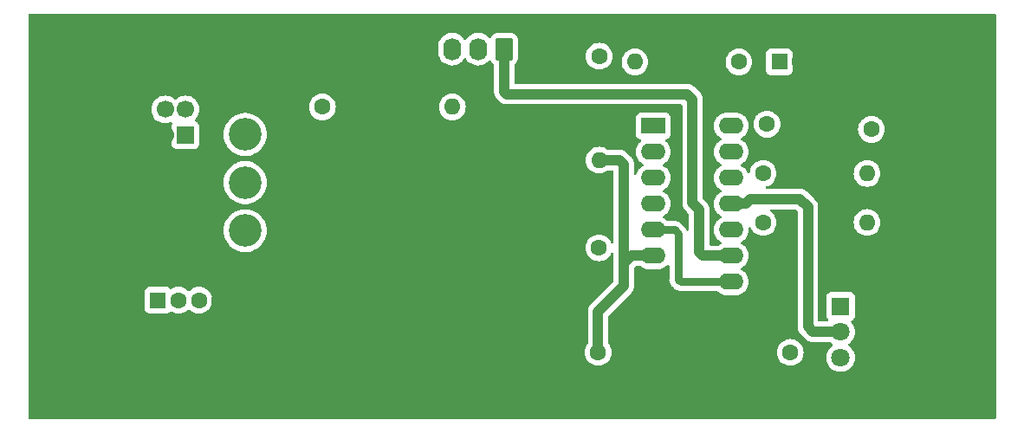
<source format=gbl>
G04 #@! TF.GenerationSoftware,KiCad,Pcbnew,(7.0.0)*
G04 #@! TF.CreationDate,2023-03-01T02:56:27+01:00*
G04 #@! TF.ProjectId,Extracteur_Air_PcFan_5v,45787472-6163-4746-9575-725f4169725f,1.0*
G04 #@! TF.SameCoordinates,Original*
G04 #@! TF.FileFunction,Copper,L2,Bot*
G04 #@! TF.FilePolarity,Positive*
%FSLAX46Y46*%
G04 Gerber Fmt 4.6, Leading zero omitted, Abs format (unit mm)*
G04 Created by KiCad (PCBNEW (7.0.0)) date 2023-03-01 02:56:27*
%MOMM*%
%LPD*%
G01*
G04 APERTURE LIST*
G04 Aperture macros list*
%AMRoundRect*
0 Rectangle with rounded corners*
0 $1 Rounding radius*
0 $2 $3 $4 $5 $6 $7 $8 $9 X,Y pos of 4 corners*
0 Add a 4 corners polygon primitive as box body*
4,1,4,$2,$3,$4,$5,$6,$7,$8,$9,$2,$3,0*
0 Add four circle primitives for the rounded corners*
1,1,$1+$1,$2,$3*
1,1,$1+$1,$4,$5*
1,1,$1+$1,$6,$7*
1,1,$1+$1,$8,$9*
0 Add four rect primitives between the rounded corners*
20,1,$1+$1,$2,$3,$4,$5,0*
20,1,$1+$1,$4,$5,$6,$7,0*
20,1,$1+$1,$6,$7,$8,$9,0*
20,1,$1+$1,$8,$9,$2,$3,0*%
G04 Aperture macros list end*
G04 #@! TA.AperFunction,ComponentPad*
%ADD10C,3.200000*%
G04 #@! TD*
G04 #@! TA.AperFunction,ComponentPad*
%ADD11C,5.600000*%
G04 #@! TD*
G04 #@! TA.AperFunction,ComponentPad*
%ADD12C,1.600000*%
G04 #@! TD*
G04 #@! TA.AperFunction,ComponentPad*
%ADD13O,1.600000X1.600000*%
G04 #@! TD*
G04 #@! TA.AperFunction,ComponentPad*
%ADD14R,1.700000X1.700000*%
G04 #@! TD*
G04 #@! TA.AperFunction,ComponentPad*
%ADD15C,1.700000*%
G04 #@! TD*
G04 #@! TA.AperFunction,ComponentPad*
%ADD16C,3.500000*%
G04 #@! TD*
G04 #@! TA.AperFunction,ComponentPad*
%ADD17R,2.400000X1.600000*%
G04 #@! TD*
G04 #@! TA.AperFunction,ComponentPad*
%ADD18O,2.400000X1.600000*%
G04 #@! TD*
G04 #@! TA.AperFunction,ComponentPad*
%ADD19RoundRect,0.250000X0.620000X0.845000X-0.620000X0.845000X-0.620000X-0.845000X0.620000X-0.845000X0*%
G04 #@! TD*
G04 #@! TA.AperFunction,ComponentPad*
%ADD20O,1.740000X2.190000*%
G04 #@! TD*
G04 #@! TA.AperFunction,ComponentPad*
%ADD21R,1.600000X1.600000*%
G04 #@! TD*
G04 #@! TA.AperFunction,ComponentPad*
%ADD22C,2.150000*%
G04 #@! TD*
G04 #@! TA.AperFunction,ComponentPad*
%ADD23R,1.800000X1.800000*%
G04 #@! TD*
G04 #@! TA.AperFunction,ComponentPad*
%ADD24C,1.800000*%
G04 #@! TD*
G04 #@! TA.AperFunction,ComponentPad*
%ADD25RoundRect,0.750000X-1.250000X-0.750000X1.250000X-0.750000X1.250000X0.750000X-1.250000X0.750000X0*%
G04 #@! TD*
G04 #@! TA.AperFunction,ViaPad*
%ADD26C,1.000000*%
G04 #@! TD*
G04 #@! TA.AperFunction,ViaPad*
%ADD27C,0.500000*%
G04 #@! TD*
G04 #@! TA.AperFunction,Conductor*
%ADD28C,1.000000*%
G04 #@! TD*
G04 #@! TA.AperFunction,Conductor*
%ADD29C,0.750000*%
G04 #@! TD*
G04 APERTURE END LIST*
D10*
X91400000Y-81400000D03*
X91400000Y-76700000D03*
X91400000Y-72000000D03*
D11*
X98000000Y-64000000D03*
X161000000Y-76000000D03*
X74000000Y-96000000D03*
D12*
X142020000Y-80600000D03*
D13*
X152179999Y-80599999D03*
D12*
X142020000Y-75800000D03*
D13*
X152179999Y-75799999D03*
D14*
X85577499Y-72049999D03*
D15*
X85577500Y-69550000D03*
X83577500Y-69550000D03*
X83577500Y-72050000D03*
D16*
X80867500Y-76820000D03*
X80867500Y-64780000D03*
D17*
X131279999Y-71159999D03*
D18*
X131279999Y-73699999D03*
X131279999Y-76239999D03*
X131279999Y-78779999D03*
X131279999Y-81319999D03*
X131279999Y-83859999D03*
X131279999Y-86399999D03*
X138899999Y-86399999D03*
X138899999Y-83859999D03*
X138899999Y-81319999D03*
X138899999Y-78779999D03*
X138899999Y-76239999D03*
X138899999Y-73699999D03*
X138899999Y-71159999D03*
D19*
X116720000Y-63650000D03*
D20*
X114179999Y-63649999D03*
X111639999Y-63649999D03*
X109099999Y-63649999D03*
D21*
X82889999Y-88199999D03*
D12*
X84890000Y-88200000D03*
X86890000Y-88200000D03*
X88890000Y-88200000D03*
D22*
X82160000Y-85480000D03*
X82160000Y-90920000D03*
X89160000Y-85480000D03*
X89160000Y-90920000D03*
D12*
X152600000Y-71500000D03*
X152600000Y-66500000D03*
X98950000Y-69300000D03*
D13*
X111649999Y-69299999D03*
D23*
X149599999Y-88799999D03*
D24*
X149600000Y-91300000D03*
X149600000Y-93800000D03*
D25*
X156600000Y-86900000D03*
X156600000Y-95700000D03*
D12*
X125975000Y-83085000D03*
X125975000Y-78085000D03*
D21*
X143599999Y-64899999D03*
D12*
X145600000Y-64900000D03*
X126000000Y-64340000D03*
D13*
X125999999Y-74499999D03*
D12*
X125900000Y-93300000D03*
X130900000Y-93300000D03*
X144680000Y-93300000D03*
D13*
X134519999Y-93299999D03*
D12*
X139660000Y-64900000D03*
D13*
X129499999Y-64899999D03*
D12*
X142400000Y-70985000D03*
X147400000Y-70985000D03*
D26*
X157000000Y-63000000D03*
X153000000Y-63000000D03*
X121000000Y-73000000D03*
X121000000Y-77000000D03*
X118000000Y-98000000D03*
X114000000Y-98000000D03*
X110000000Y-98000000D03*
X159000000Y-63000000D03*
X155000000Y-63000000D03*
X151000000Y-63000000D03*
X121000000Y-79000000D03*
X121000000Y-71000000D03*
X121000000Y-75000000D03*
X120000000Y-98000000D03*
X116000000Y-98000000D03*
X112000000Y-98000000D03*
X108000000Y-98000000D03*
D27*
X101550000Y-84650000D03*
X100310000Y-78800000D03*
X101100000Y-78800000D03*
X106750000Y-83300000D03*
X108250000Y-83300000D03*
X101550000Y-83950000D03*
X101900000Y-78800000D03*
X107500000Y-83300000D03*
X101550000Y-85350000D03*
X100900000Y-82050000D03*
X100900000Y-82750000D03*
X106000000Y-83300000D03*
X102700000Y-78800000D03*
X101550000Y-86050000D03*
D28*
X128400000Y-74900000D02*
X128000000Y-74500000D01*
X125900000Y-89300000D02*
X125900000Y-93300000D01*
X128400000Y-84600000D02*
X128400000Y-74900000D01*
X131280000Y-83860000D02*
X129140000Y-83860000D01*
X128400000Y-84600000D02*
X128400000Y-86800000D01*
X128000000Y-74500000D02*
X126000000Y-74500000D01*
X128400000Y-86800000D02*
X125900000Y-89300000D01*
X129140000Y-83860000D02*
X128400000Y-84600000D01*
X116975000Y-68050000D02*
X116720000Y-67795000D01*
X134600000Y-68050000D02*
X116975000Y-68050000D01*
X135775000Y-79350000D02*
X135125000Y-78700000D01*
X135125000Y-68575000D02*
X135125000Y-78700000D01*
X136135000Y-83860000D02*
X135775000Y-83500000D01*
X135125000Y-68575000D02*
X134600000Y-68050000D01*
X138900000Y-83860000D02*
X136135000Y-83860000D01*
X135775000Y-83500000D02*
X135775000Y-79350000D01*
X116720000Y-67795000D02*
X116720000Y-63650000D01*
X146400000Y-79100000D02*
X146400000Y-90800000D01*
X140320000Y-78780000D02*
X140800000Y-78300000D01*
X146900000Y-91300000D02*
X149600000Y-91300000D01*
X145600000Y-78300000D02*
X146400000Y-79100000D01*
X140800000Y-78300000D02*
X145600000Y-78300000D01*
X146400000Y-90800000D02*
X146900000Y-91300000D01*
X138900000Y-78780000D02*
X140320000Y-78780000D01*
D29*
X133950000Y-86400000D02*
X138900000Y-86400000D01*
X133725000Y-81675000D02*
X133725000Y-86175000D01*
X131280000Y-81320000D02*
X133370000Y-81320000D01*
X133370000Y-81320000D02*
X133725000Y-81675000D01*
X133725000Y-86175000D02*
X133950000Y-86400000D01*
G04 #@! TA.AperFunction,Conductor*
G36*
X164737500Y-60217113D02*
G01*
X164782887Y-60262500D01*
X164799500Y-60324500D01*
X164799500Y-99675500D01*
X164782887Y-99737500D01*
X164737500Y-99782887D01*
X164675500Y-99799500D01*
X70324500Y-99799500D01*
X70262500Y-99782887D01*
X70217113Y-99737500D01*
X70200500Y-99675500D01*
X70200500Y-89044578D01*
X81589500Y-89044578D01*
X81589501Y-89047872D01*
X81589853Y-89051150D01*
X81589854Y-89051161D01*
X81595079Y-89099768D01*
X81595080Y-89099773D01*
X81595909Y-89107483D01*
X81598619Y-89114749D01*
X81598620Y-89114753D01*
X81603878Y-89128849D01*
X81646204Y-89242331D01*
X81651518Y-89249430D01*
X81651519Y-89249431D01*
X81713969Y-89332854D01*
X81732454Y-89357546D01*
X81847669Y-89443796D01*
X81982517Y-89494091D01*
X82042127Y-89500500D01*
X83737872Y-89500499D01*
X83797483Y-89494091D01*
X83932331Y-89443796D01*
X84047546Y-89357546D01*
X84054045Y-89348863D01*
X84055991Y-89347316D01*
X84059132Y-89344176D01*
X84059490Y-89344534D01*
X84103296Y-89309702D01*
X84165429Y-89299757D01*
X84224444Y-89321590D01*
X84232825Y-89327459D01*
X84237266Y-89330568D01*
X84242166Y-89332853D01*
X84242168Y-89332854D01*
X84266448Y-89344176D01*
X84443504Y-89426739D01*
X84448734Y-89428140D01*
X84448736Y-89428141D01*
X84658083Y-89484235D01*
X84663308Y-89485635D01*
X84890000Y-89505468D01*
X85116692Y-89485635D01*
X85336496Y-89426739D01*
X85542734Y-89330568D01*
X85729139Y-89200047D01*
X85802318Y-89126867D01*
X85857906Y-89094773D01*
X85922094Y-89094773D01*
X85977681Y-89126867D01*
X86050861Y-89200047D01*
X86237266Y-89330568D01*
X86443504Y-89426739D01*
X86448734Y-89428140D01*
X86448736Y-89428141D01*
X86658083Y-89484235D01*
X86663308Y-89485635D01*
X86890000Y-89505468D01*
X87116692Y-89485635D01*
X87336496Y-89426739D01*
X87542734Y-89330568D01*
X87729139Y-89200047D01*
X87890047Y-89039139D01*
X88020568Y-88852734D01*
X88116739Y-88646496D01*
X88175635Y-88426692D01*
X88195468Y-88200000D01*
X88175635Y-87973308D01*
X88142284Y-87848838D01*
X88118141Y-87758736D01*
X88118140Y-87758734D01*
X88116739Y-87753504D01*
X88020568Y-87547266D01*
X87890047Y-87360861D01*
X87729139Y-87199953D01*
X87573328Y-87090854D01*
X87547173Y-87072540D01*
X87547171Y-87072539D01*
X87542734Y-87069432D01*
X87467010Y-87034121D01*
X87341405Y-86975550D01*
X87341403Y-86975549D01*
X87336496Y-86973261D01*
X87331271Y-86971861D01*
X87331263Y-86971858D01*
X87121916Y-86915764D01*
X87121907Y-86915762D01*
X87116692Y-86914365D01*
X87111304Y-86913893D01*
X87111301Y-86913893D01*
X86895395Y-86895004D01*
X86890000Y-86894532D01*
X86884605Y-86895004D01*
X86668698Y-86913893D01*
X86668693Y-86913893D01*
X86663308Y-86914365D01*
X86658094Y-86915762D01*
X86658083Y-86915764D01*
X86448736Y-86971858D01*
X86448724Y-86971862D01*
X86443504Y-86973261D01*
X86438599Y-86975547D01*
X86438594Y-86975550D01*
X86242176Y-87067142D01*
X86242172Y-87067144D01*
X86237266Y-87069432D01*
X86232833Y-87072535D01*
X86232826Y-87072540D01*
X86055296Y-87196847D01*
X86055291Y-87196850D01*
X86050861Y-87199953D01*
X86047037Y-87203776D01*
X86047031Y-87203782D01*
X85977681Y-87273133D01*
X85922094Y-87305227D01*
X85857906Y-87305227D01*
X85802319Y-87273133D01*
X85732968Y-87203782D01*
X85729139Y-87199953D01*
X85573328Y-87090854D01*
X85547173Y-87072540D01*
X85547171Y-87072539D01*
X85542734Y-87069432D01*
X85467010Y-87034121D01*
X85341405Y-86975550D01*
X85341403Y-86975549D01*
X85336496Y-86973261D01*
X85331271Y-86971861D01*
X85331263Y-86971858D01*
X85121916Y-86915764D01*
X85121907Y-86915762D01*
X85116692Y-86914365D01*
X85111304Y-86913893D01*
X85111301Y-86913893D01*
X84895395Y-86895004D01*
X84890000Y-86894532D01*
X84884605Y-86895004D01*
X84668698Y-86913893D01*
X84668693Y-86913893D01*
X84663308Y-86914365D01*
X84658094Y-86915762D01*
X84658083Y-86915764D01*
X84448736Y-86971858D01*
X84448724Y-86971862D01*
X84443504Y-86973261D01*
X84438599Y-86975547D01*
X84438594Y-86975550D01*
X84242176Y-87067142D01*
X84242172Y-87067144D01*
X84237266Y-87069432D01*
X84232833Y-87072535D01*
X84232826Y-87072540D01*
X84224439Y-87078413D01*
X84165431Y-87100242D01*
X84103304Y-87090301D01*
X84059488Y-87055467D01*
X84059132Y-87055824D01*
X84056010Y-87052702D01*
X84054054Y-87051147D01*
X84052859Y-87049551D01*
X84052858Y-87049550D01*
X84047546Y-87042454D01*
X83932331Y-86956204D01*
X83820155Y-86914365D01*
X83804752Y-86908620D01*
X83804750Y-86908619D01*
X83797483Y-86905909D01*
X83789770Y-86905079D01*
X83789767Y-86905079D01*
X83741180Y-86899855D01*
X83741169Y-86899854D01*
X83737873Y-86899500D01*
X83734550Y-86899500D01*
X82045439Y-86899500D01*
X82045420Y-86899500D01*
X82042128Y-86899501D01*
X82038850Y-86899853D01*
X82038838Y-86899854D01*
X81990231Y-86905079D01*
X81990225Y-86905080D01*
X81982517Y-86905909D01*
X81975252Y-86908618D01*
X81975246Y-86908620D01*
X81855980Y-86953104D01*
X81855978Y-86953104D01*
X81847669Y-86956204D01*
X81840572Y-86961516D01*
X81840568Y-86961519D01*
X81739550Y-87037141D01*
X81739546Y-87037144D01*
X81732454Y-87042454D01*
X81727144Y-87049546D01*
X81727141Y-87049550D01*
X81651519Y-87150568D01*
X81651516Y-87150572D01*
X81646204Y-87157669D01*
X81643104Y-87165978D01*
X81643104Y-87165980D01*
X81598620Y-87285247D01*
X81598619Y-87285250D01*
X81595909Y-87292517D01*
X81595079Y-87300227D01*
X81595079Y-87300232D01*
X81589855Y-87348819D01*
X81589854Y-87348831D01*
X81589500Y-87352127D01*
X81589500Y-87355448D01*
X81589500Y-87355449D01*
X81589500Y-89044560D01*
X81589500Y-89044578D01*
X70200500Y-89044578D01*
X70200500Y-81400000D01*
X89294592Y-81400000D01*
X89294881Y-81404225D01*
X89312614Y-81663478D01*
X89314202Y-81686686D01*
X89315061Y-81690824D01*
X89315063Y-81690832D01*
X89359567Y-81904996D01*
X89372666Y-81968032D01*
X89374084Y-81972023D01*
X89374085Y-81972025D01*
X89456862Y-82204939D01*
X89468896Y-82238797D01*
X89470843Y-82242555D01*
X89470845Y-82242559D01*
X89599149Y-82490173D01*
X89601099Y-82493936D01*
X89603545Y-82497401D01*
X89764366Y-82725235D01*
X89764370Y-82725240D01*
X89766811Y-82728698D01*
X89769699Y-82731790D01*
X89887858Y-82858308D01*
X89962947Y-82938708D01*
X89966228Y-82941377D01*
X89966231Y-82941380D01*
X90049204Y-83008883D01*
X90185853Y-83120055D01*
X90431375Y-83269361D01*
X90435260Y-83271048D01*
X90435261Y-83271049D01*
X90516419Y-83306301D01*
X90694942Y-83383844D01*
X90915384Y-83445608D01*
X90967562Y-83460228D01*
X90967564Y-83460228D01*
X90971642Y-83461371D01*
X91256322Y-83500500D01*
X91539441Y-83500500D01*
X91543678Y-83500500D01*
X91828358Y-83461371D01*
X92105058Y-83383844D01*
X92368625Y-83269361D01*
X92614147Y-83120055D01*
X92837053Y-82938708D01*
X93033189Y-82728698D01*
X93198901Y-82493936D01*
X93331104Y-82238797D01*
X93427334Y-81968032D01*
X93485798Y-81686686D01*
X93505408Y-81400000D01*
X93485798Y-81113314D01*
X93427334Y-80831968D01*
X93331104Y-80561203D01*
X93198901Y-80306064D01*
X93033189Y-80071302D01*
X92885212Y-79912858D01*
X92839940Y-79864383D01*
X92839938Y-79864381D01*
X92837053Y-79861292D01*
X92833771Y-79858622D01*
X92833768Y-79858619D01*
X92617429Y-79682615D01*
X92617428Y-79682614D01*
X92614147Y-79679945D01*
X92426415Y-79565782D01*
X92372243Y-79532839D01*
X92372241Y-79532838D01*
X92368625Y-79530639D01*
X92364745Y-79528953D01*
X92364738Y-79528950D01*
X92108939Y-79417841D01*
X92108929Y-79417837D01*
X92105058Y-79416156D01*
X92100986Y-79415015D01*
X91832437Y-79339771D01*
X91832424Y-79339768D01*
X91828358Y-79338629D01*
X91824168Y-79338053D01*
X91824158Y-79338051D01*
X91547875Y-79300076D01*
X91547862Y-79300075D01*
X91543678Y-79299500D01*
X91256322Y-79299500D01*
X91252138Y-79300075D01*
X91252124Y-79300076D01*
X90975841Y-79338051D01*
X90975828Y-79338053D01*
X90971642Y-79338629D01*
X90967577Y-79339767D01*
X90967562Y-79339771D01*
X90699013Y-79415015D01*
X90699008Y-79415016D01*
X90694942Y-79416156D01*
X90691075Y-79417835D01*
X90691060Y-79417841D01*
X90435261Y-79528950D01*
X90435248Y-79528956D01*
X90431375Y-79530639D01*
X90427764Y-79532834D01*
X90427756Y-79532839D01*
X90189465Y-79677748D01*
X90189460Y-79677751D01*
X90185853Y-79679945D01*
X90182578Y-79682609D01*
X90182570Y-79682615D01*
X89966231Y-79858619D01*
X89966220Y-79858628D01*
X89962947Y-79861292D01*
X89960068Y-79864374D01*
X89960059Y-79864383D01*
X89769699Y-80068209D01*
X89769694Y-80068214D01*
X89766811Y-80071302D01*
X89764375Y-80074752D01*
X89764366Y-80074764D01*
X89603545Y-80302598D01*
X89603541Y-80302603D01*
X89601099Y-80306064D01*
X89599153Y-80309818D01*
X89599149Y-80309826D01*
X89470845Y-80557440D01*
X89470840Y-80557450D01*
X89468896Y-80561203D01*
X89467479Y-80565188D01*
X89467475Y-80565199D01*
X89384403Y-80798943D01*
X89372666Y-80831968D01*
X89371804Y-80836113D01*
X89371803Y-80836119D01*
X89315063Y-81109167D01*
X89315061Y-81109177D01*
X89314202Y-81113314D01*
X89313913Y-81117529D01*
X89313913Y-81117534D01*
X89307255Y-81214871D01*
X89294592Y-81400000D01*
X70200500Y-81400000D01*
X70200500Y-76700000D01*
X89294592Y-76700000D01*
X89294881Y-76704225D01*
X89307439Y-76887823D01*
X89314202Y-76986686D01*
X89315061Y-76990824D01*
X89315063Y-76990832D01*
X89368217Y-77246623D01*
X89372666Y-77268032D01*
X89374084Y-77272023D01*
X89374085Y-77272025D01*
X89466961Y-77533354D01*
X89468896Y-77538797D01*
X89470843Y-77542555D01*
X89470845Y-77542559D01*
X89599149Y-77790173D01*
X89601099Y-77793936D01*
X89603545Y-77797401D01*
X89764366Y-78025235D01*
X89764370Y-78025240D01*
X89766811Y-78028698D01*
X89769699Y-78031790D01*
X89958753Y-78234218D01*
X89962947Y-78238708D01*
X89966228Y-78241377D01*
X89966231Y-78241380D01*
X90065203Y-78321899D01*
X90185853Y-78420055D01*
X90431375Y-78569361D01*
X90435260Y-78571048D01*
X90435261Y-78571049D01*
X90678768Y-78676819D01*
X90694942Y-78683844D01*
X90894946Y-78739882D01*
X90967562Y-78760228D01*
X90967564Y-78760228D01*
X90971642Y-78761371D01*
X91256322Y-78800500D01*
X91539441Y-78800500D01*
X91543678Y-78800500D01*
X91828358Y-78761371D01*
X92105058Y-78683844D01*
X92368625Y-78569361D01*
X92614147Y-78420055D01*
X92837053Y-78238708D01*
X93033189Y-78028698D01*
X93198901Y-77793936D01*
X93331104Y-77538797D01*
X93427334Y-77268032D01*
X93485798Y-76986686D01*
X93505408Y-76700000D01*
X93485798Y-76413314D01*
X93427334Y-76131968D01*
X93331104Y-75861203D01*
X93198901Y-75606064D01*
X93096234Y-75460617D01*
X93035633Y-75374764D01*
X93035630Y-75374761D01*
X93033189Y-75371302D01*
X92837053Y-75161292D01*
X92833771Y-75158622D01*
X92833768Y-75158619D01*
X92617429Y-74982615D01*
X92617428Y-74982614D01*
X92614147Y-74979945D01*
X92372274Y-74832858D01*
X92372243Y-74832839D01*
X92372241Y-74832838D01*
X92368625Y-74830639D01*
X92364745Y-74828953D01*
X92364738Y-74828950D01*
X92108939Y-74717841D01*
X92108929Y-74717837D01*
X92105058Y-74716156D01*
X92100986Y-74715015D01*
X91832437Y-74639771D01*
X91832424Y-74639768D01*
X91828358Y-74638629D01*
X91824168Y-74638053D01*
X91824158Y-74638051D01*
X91547875Y-74600076D01*
X91547862Y-74600075D01*
X91543678Y-74599500D01*
X91256322Y-74599500D01*
X91252138Y-74600075D01*
X91252124Y-74600076D01*
X90975841Y-74638051D01*
X90975828Y-74638053D01*
X90971642Y-74638629D01*
X90967577Y-74639767D01*
X90967562Y-74639771D01*
X90699013Y-74715015D01*
X90699008Y-74715016D01*
X90694942Y-74716156D01*
X90691075Y-74717835D01*
X90691060Y-74717841D01*
X90435261Y-74828950D01*
X90435248Y-74828956D01*
X90431375Y-74830639D01*
X90427764Y-74832834D01*
X90427756Y-74832839D01*
X90189465Y-74977748D01*
X90189460Y-74977751D01*
X90185853Y-74979945D01*
X90182578Y-74982609D01*
X90182570Y-74982615D01*
X89966231Y-75158619D01*
X89966220Y-75158628D01*
X89962947Y-75161292D01*
X89960068Y-75164374D01*
X89960059Y-75164383D01*
X89769699Y-75368209D01*
X89769694Y-75368214D01*
X89766811Y-75371302D01*
X89764375Y-75374752D01*
X89764366Y-75374764D01*
X89603545Y-75602598D01*
X89603541Y-75602603D01*
X89601099Y-75606064D01*
X89599153Y-75609818D01*
X89599149Y-75609826D01*
X89470845Y-75857440D01*
X89470840Y-75857450D01*
X89468896Y-75861203D01*
X89467479Y-75865188D01*
X89467475Y-75865199D01*
X89374085Y-76127974D01*
X89372666Y-76131968D01*
X89371804Y-76136113D01*
X89371803Y-76136119D01*
X89315063Y-76409167D01*
X89315061Y-76409177D01*
X89314202Y-76413314D01*
X89313913Y-76417529D01*
X89313913Y-76417534D01*
X89310551Y-76466692D01*
X89294592Y-76700000D01*
X70200500Y-76700000D01*
X70200500Y-69550000D01*
X82221841Y-69550000D01*
X82222313Y-69555395D01*
X82239032Y-69746496D01*
X82242437Y-69785408D01*
X82243836Y-69790630D01*
X82243837Y-69790634D01*
X82302194Y-70008430D01*
X82302197Y-70008438D01*
X82303597Y-70013663D01*
X82305885Y-70018570D01*
X82305886Y-70018572D01*
X82401178Y-70222927D01*
X82401181Y-70222933D01*
X82403465Y-70227830D01*
X82406564Y-70232257D01*
X82406566Y-70232259D01*
X82535899Y-70416966D01*
X82535902Y-70416970D01*
X82539005Y-70421401D01*
X82706099Y-70588495D01*
X82710531Y-70591598D01*
X82710533Y-70591600D01*
X82829304Y-70674764D01*
X82899670Y-70724035D01*
X83113837Y-70823903D01*
X83342092Y-70885063D01*
X83577500Y-70905659D01*
X83812908Y-70885063D01*
X84041163Y-70823903D01*
X84124301Y-70785134D01*
X84184764Y-70773779D01*
X84243245Y-70792882D01*
X84285347Y-70837742D01*
X84300705Y-70897316D01*
X84286203Y-70954329D01*
X84283704Y-70957669D01*
X84280604Y-70965978D01*
X84280604Y-70965980D01*
X84236120Y-71085247D01*
X84236119Y-71085250D01*
X84233409Y-71092517D01*
X84232579Y-71100227D01*
X84232579Y-71100232D01*
X84227355Y-71148819D01*
X84227354Y-71148831D01*
X84227000Y-71152127D01*
X84227000Y-71155448D01*
X84227000Y-71155449D01*
X84227000Y-72944560D01*
X84227000Y-72944578D01*
X84227001Y-72947872D01*
X84227353Y-72951150D01*
X84227354Y-72951161D01*
X84232579Y-72999768D01*
X84232580Y-72999773D01*
X84233409Y-73007483D01*
X84236119Y-73014749D01*
X84236120Y-73014753D01*
X84246591Y-73042826D01*
X84283704Y-73142331D01*
X84289018Y-73149430D01*
X84289019Y-73149431D01*
X84363252Y-73248594D01*
X84369954Y-73257546D01*
X84485169Y-73343796D01*
X84620017Y-73394091D01*
X84679627Y-73400500D01*
X86475372Y-73400499D01*
X86534983Y-73394091D01*
X86669831Y-73343796D01*
X86785046Y-73257546D01*
X86871296Y-73142331D01*
X86921591Y-73007483D01*
X86928000Y-72947873D01*
X86927999Y-72000000D01*
X89294592Y-72000000D01*
X89294881Y-72004225D01*
X89308917Y-72209431D01*
X89314202Y-72286686D01*
X89315061Y-72290824D01*
X89315063Y-72290832D01*
X89367336Y-72542382D01*
X89372666Y-72568032D01*
X89374084Y-72572023D01*
X89374085Y-72572025D01*
X89457050Y-72805468D01*
X89468896Y-72838797D01*
X89470843Y-72842555D01*
X89470845Y-72842559D01*
X89599149Y-73090173D01*
X89601099Y-73093936D01*
X89635260Y-73142331D01*
X89764366Y-73325235D01*
X89764370Y-73325240D01*
X89766811Y-73328698D01*
X89769699Y-73331790D01*
X89935794Y-73509635D01*
X89962947Y-73538708D01*
X89966228Y-73541377D01*
X89966231Y-73541380D01*
X90113094Y-73660861D01*
X90185853Y-73720055D01*
X90431375Y-73869361D01*
X90435260Y-73871048D01*
X90435261Y-73871049D01*
X90563364Y-73926692D01*
X90694942Y-73983844D01*
X90915384Y-74045608D01*
X90967562Y-74060228D01*
X90967564Y-74060228D01*
X90971642Y-74061371D01*
X91256322Y-74100500D01*
X91539441Y-74100500D01*
X91543678Y-74100500D01*
X91828358Y-74061371D01*
X92105058Y-73983844D01*
X92368625Y-73869361D01*
X92614147Y-73720055D01*
X92837053Y-73538708D01*
X93033189Y-73328698D01*
X93198901Y-73093936D01*
X93331104Y-72838797D01*
X93427334Y-72568032D01*
X93485798Y-72286686D01*
X93505408Y-72000000D01*
X93485798Y-71713314D01*
X93427334Y-71431968D01*
X93331104Y-71161203D01*
X93198901Y-70906064D01*
X93062978Y-70713504D01*
X93035633Y-70674764D01*
X93035630Y-70674761D01*
X93033189Y-70671302D01*
X92886458Y-70514192D01*
X92839940Y-70464383D01*
X92839938Y-70464381D01*
X92837053Y-70461292D01*
X92833771Y-70458622D01*
X92833768Y-70458619D01*
X92617429Y-70282615D01*
X92617428Y-70282614D01*
X92614147Y-70279945D01*
X92411722Y-70156847D01*
X92372243Y-70132839D01*
X92372241Y-70132838D01*
X92368625Y-70130639D01*
X92364745Y-70128953D01*
X92364738Y-70128950D01*
X92108939Y-70017841D01*
X92108929Y-70017837D01*
X92105058Y-70016156D01*
X92100986Y-70015015D01*
X91832437Y-69939771D01*
X91832424Y-69939768D01*
X91828358Y-69938629D01*
X91824168Y-69938053D01*
X91824158Y-69938051D01*
X91547875Y-69900076D01*
X91547862Y-69900075D01*
X91543678Y-69899500D01*
X91256322Y-69899500D01*
X91252138Y-69900075D01*
X91252124Y-69900076D01*
X90975841Y-69938051D01*
X90975828Y-69938053D01*
X90971642Y-69938629D01*
X90967577Y-69939767D01*
X90967562Y-69939771D01*
X90699013Y-70015015D01*
X90699008Y-70015016D01*
X90694942Y-70016156D01*
X90691075Y-70017835D01*
X90691060Y-70017841D01*
X90435261Y-70128950D01*
X90435248Y-70128956D01*
X90431375Y-70130639D01*
X90427764Y-70132834D01*
X90427756Y-70132839D01*
X90189465Y-70277748D01*
X90189460Y-70277751D01*
X90185853Y-70279945D01*
X90182578Y-70282609D01*
X90182570Y-70282615D01*
X89966231Y-70458619D01*
X89966220Y-70458628D01*
X89962947Y-70461292D01*
X89960068Y-70464374D01*
X89960059Y-70464383D01*
X89769699Y-70668209D01*
X89769694Y-70668214D01*
X89766811Y-70671302D01*
X89764375Y-70674752D01*
X89764366Y-70674764D01*
X89603545Y-70902598D01*
X89603541Y-70902603D01*
X89601099Y-70906064D01*
X89599153Y-70909818D01*
X89599149Y-70909826D01*
X89470845Y-71157440D01*
X89470840Y-71157450D01*
X89468896Y-71161203D01*
X89467479Y-71165188D01*
X89467475Y-71165199D01*
X89374085Y-71427974D01*
X89372666Y-71431968D01*
X89371804Y-71436113D01*
X89371803Y-71436119D01*
X89315063Y-71709167D01*
X89315061Y-71709177D01*
X89314202Y-71713314D01*
X89313913Y-71717529D01*
X89313913Y-71717534D01*
X89307737Y-71807823D01*
X89294592Y-72000000D01*
X86927999Y-72000000D01*
X86927999Y-71152128D01*
X86921591Y-71092517D01*
X86871296Y-70957669D01*
X86785046Y-70842454D01*
X86718826Y-70792882D01*
X86676931Y-70761519D01*
X86676930Y-70761518D01*
X86669831Y-70756204D01*
X86567549Y-70718055D01*
X86517170Y-70683077D01*
X86489717Y-70628232D01*
X86491906Y-70566939D01*
X86523199Y-70514196D01*
X86615995Y-70421401D01*
X86751535Y-70227830D01*
X86851403Y-70013663D01*
X86912563Y-69785408D01*
X86933159Y-69550000D01*
X86912563Y-69314592D01*
X86908653Y-69300000D01*
X97644532Y-69300000D01*
X97664365Y-69526692D01*
X97665762Y-69531907D01*
X97665764Y-69531916D01*
X97721858Y-69741263D01*
X97721861Y-69741271D01*
X97723261Y-69746496D01*
X97725549Y-69751403D01*
X97725550Y-69751405D01*
X97778558Y-69865079D01*
X97819432Y-69952734D01*
X97822539Y-69957171D01*
X97822540Y-69957173D01*
X97873136Y-70029432D01*
X97949953Y-70139139D01*
X98110861Y-70300047D01*
X98297266Y-70430568D01*
X98503504Y-70526739D01*
X98508734Y-70528140D01*
X98508736Y-70528141D01*
X98566938Y-70543736D01*
X98723308Y-70585635D01*
X98950000Y-70605468D01*
X99176692Y-70585635D01*
X99396496Y-70526739D01*
X99602734Y-70430568D01*
X99789139Y-70300047D01*
X99950047Y-70139139D01*
X100080568Y-69952734D01*
X100176739Y-69746496D01*
X100235635Y-69526692D01*
X100255468Y-69300000D01*
X110344532Y-69300000D01*
X110364365Y-69526692D01*
X110365762Y-69531907D01*
X110365764Y-69531916D01*
X110421858Y-69741263D01*
X110421861Y-69741271D01*
X110423261Y-69746496D01*
X110425549Y-69751403D01*
X110425550Y-69751405D01*
X110478558Y-69865079D01*
X110519432Y-69952734D01*
X110522539Y-69957171D01*
X110522540Y-69957173D01*
X110573136Y-70029432D01*
X110649953Y-70139139D01*
X110810861Y-70300047D01*
X110997266Y-70430568D01*
X111203504Y-70526739D01*
X111208734Y-70528140D01*
X111208736Y-70528141D01*
X111266938Y-70543736D01*
X111423308Y-70585635D01*
X111650000Y-70605468D01*
X111876692Y-70585635D01*
X112096496Y-70526739D01*
X112302734Y-70430568D01*
X112489139Y-70300047D01*
X112650047Y-70139139D01*
X112780568Y-69952734D01*
X112876739Y-69746496D01*
X112935635Y-69526692D01*
X112955468Y-69300000D01*
X112935635Y-69073308D01*
X112918549Y-69009540D01*
X112878141Y-68858736D01*
X112878140Y-68858734D01*
X112876739Y-68853504D01*
X112780568Y-68647266D01*
X112650047Y-68460861D01*
X112489139Y-68299953D01*
X112369722Y-68216337D01*
X112307173Y-68172540D01*
X112307171Y-68172539D01*
X112302734Y-68169432D01*
X112096496Y-68073261D01*
X112091271Y-68071861D01*
X112091263Y-68071858D01*
X111881916Y-68015764D01*
X111881907Y-68015762D01*
X111876692Y-68014365D01*
X111871304Y-68013893D01*
X111871301Y-68013893D01*
X111655395Y-67995004D01*
X111650000Y-67994532D01*
X111644605Y-67995004D01*
X111428698Y-68013893D01*
X111428693Y-68013893D01*
X111423308Y-68014365D01*
X111418094Y-68015762D01*
X111418083Y-68015764D01*
X111208736Y-68071858D01*
X111208724Y-68071862D01*
X111203504Y-68073261D01*
X111198599Y-68075547D01*
X111198594Y-68075550D01*
X111002176Y-68167142D01*
X111002172Y-68167144D01*
X110997266Y-68169432D01*
X110992833Y-68172535D01*
X110992826Y-68172540D01*
X110815296Y-68296847D01*
X110815291Y-68296850D01*
X110810861Y-68299953D01*
X110807037Y-68303776D01*
X110807031Y-68303782D01*
X110653782Y-68457031D01*
X110653776Y-68457037D01*
X110649953Y-68460861D01*
X110646850Y-68465291D01*
X110646847Y-68465296D01*
X110522540Y-68642826D01*
X110522535Y-68642833D01*
X110519432Y-68647266D01*
X110517144Y-68652172D01*
X110517142Y-68652176D01*
X110425550Y-68848594D01*
X110425547Y-68848599D01*
X110423261Y-68853504D01*
X110421862Y-68858724D01*
X110421858Y-68858736D01*
X110365764Y-69068083D01*
X110365762Y-69068094D01*
X110364365Y-69073308D01*
X110363893Y-69078693D01*
X110363893Y-69078698D01*
X110363225Y-69086337D01*
X110344532Y-69300000D01*
X100255468Y-69300000D01*
X100235635Y-69073308D01*
X100218549Y-69009540D01*
X100178141Y-68858736D01*
X100178140Y-68858734D01*
X100176739Y-68853504D01*
X100080568Y-68647266D01*
X99950047Y-68460861D01*
X99789139Y-68299953D01*
X99669722Y-68216337D01*
X99607173Y-68172540D01*
X99607171Y-68172539D01*
X99602734Y-68169432D01*
X99396496Y-68073261D01*
X99391271Y-68071861D01*
X99391263Y-68071858D01*
X99181916Y-68015764D01*
X99181907Y-68015762D01*
X99176692Y-68014365D01*
X99171304Y-68013893D01*
X99171301Y-68013893D01*
X98955395Y-67995004D01*
X98950000Y-67994532D01*
X98944605Y-67995004D01*
X98728698Y-68013893D01*
X98728693Y-68013893D01*
X98723308Y-68014365D01*
X98718094Y-68015762D01*
X98718083Y-68015764D01*
X98508736Y-68071858D01*
X98508724Y-68071862D01*
X98503504Y-68073261D01*
X98498599Y-68075547D01*
X98498594Y-68075550D01*
X98302176Y-68167142D01*
X98302172Y-68167144D01*
X98297266Y-68169432D01*
X98292833Y-68172535D01*
X98292826Y-68172540D01*
X98115296Y-68296847D01*
X98115291Y-68296850D01*
X98110861Y-68299953D01*
X98107037Y-68303776D01*
X98107031Y-68303782D01*
X97953782Y-68457031D01*
X97953776Y-68457037D01*
X97949953Y-68460861D01*
X97946850Y-68465291D01*
X97946847Y-68465296D01*
X97822540Y-68642826D01*
X97822535Y-68642833D01*
X97819432Y-68647266D01*
X97817144Y-68652172D01*
X97817142Y-68652176D01*
X97725550Y-68848594D01*
X97725547Y-68848599D01*
X97723261Y-68853504D01*
X97721862Y-68858724D01*
X97721858Y-68858736D01*
X97665764Y-69068083D01*
X97665762Y-69068094D01*
X97664365Y-69073308D01*
X97663893Y-69078693D01*
X97663893Y-69078698D01*
X97663225Y-69086337D01*
X97644532Y-69300000D01*
X86908653Y-69300000D01*
X86851403Y-69086337D01*
X86751535Y-68872171D01*
X86615995Y-68678599D01*
X86448901Y-68511505D01*
X86444470Y-68508402D01*
X86444466Y-68508399D01*
X86259759Y-68379066D01*
X86259757Y-68379064D01*
X86255330Y-68375965D01*
X86250433Y-68373681D01*
X86250427Y-68373678D01*
X86046072Y-68278386D01*
X86046070Y-68278385D01*
X86041163Y-68276097D01*
X86035938Y-68274697D01*
X86035930Y-68274694D01*
X85818134Y-68216337D01*
X85818130Y-68216336D01*
X85812908Y-68214937D01*
X85807520Y-68214465D01*
X85807517Y-68214465D01*
X85582895Y-68194813D01*
X85577500Y-68194341D01*
X85572105Y-68194813D01*
X85347482Y-68214465D01*
X85347477Y-68214465D01*
X85342092Y-68214937D01*
X85336871Y-68216335D01*
X85336865Y-68216337D01*
X85119069Y-68274694D01*
X85119057Y-68274698D01*
X85113837Y-68276097D01*
X85108932Y-68278383D01*
X85108927Y-68278386D01*
X84904581Y-68373675D01*
X84904577Y-68373677D01*
X84899671Y-68375965D01*
X84895238Y-68379068D01*
X84895231Y-68379073D01*
X84710534Y-68508399D01*
X84710529Y-68508402D01*
X84706099Y-68511505D01*
X84702275Y-68515328D01*
X84702269Y-68515334D01*
X84665181Y-68552423D01*
X84609594Y-68584517D01*
X84545406Y-68584517D01*
X84489819Y-68552423D01*
X84452732Y-68515336D01*
X84452730Y-68515334D01*
X84448901Y-68511505D01*
X84444470Y-68508402D01*
X84444466Y-68508399D01*
X84259759Y-68379066D01*
X84259757Y-68379064D01*
X84255330Y-68375965D01*
X84250433Y-68373681D01*
X84250427Y-68373678D01*
X84046072Y-68278386D01*
X84046070Y-68278385D01*
X84041163Y-68276097D01*
X84035938Y-68274697D01*
X84035930Y-68274694D01*
X83818134Y-68216337D01*
X83818130Y-68216336D01*
X83812908Y-68214937D01*
X83807520Y-68214465D01*
X83807517Y-68214465D01*
X83582895Y-68194813D01*
X83577500Y-68194341D01*
X83572105Y-68194813D01*
X83347482Y-68214465D01*
X83347477Y-68214465D01*
X83342092Y-68214937D01*
X83336871Y-68216335D01*
X83336865Y-68216337D01*
X83119069Y-68274694D01*
X83119057Y-68274698D01*
X83113837Y-68276097D01*
X83108932Y-68278383D01*
X83108927Y-68278386D01*
X82904581Y-68373675D01*
X82904577Y-68373677D01*
X82899671Y-68375965D01*
X82895238Y-68379068D01*
X82895231Y-68379073D01*
X82710534Y-68508399D01*
X82710529Y-68508402D01*
X82706099Y-68511505D01*
X82702275Y-68515328D01*
X82702269Y-68515334D01*
X82542834Y-68674769D01*
X82542828Y-68674775D01*
X82539005Y-68678599D01*
X82535902Y-68683029D01*
X82535899Y-68683034D01*
X82406573Y-68867731D01*
X82406568Y-68867738D01*
X82403465Y-68872171D01*
X82401177Y-68877077D01*
X82401175Y-68877081D01*
X82305886Y-69081427D01*
X82305883Y-69081432D01*
X82303597Y-69086337D01*
X82302198Y-69091557D01*
X82302194Y-69091569D01*
X82243837Y-69309365D01*
X82243835Y-69309371D01*
X82242437Y-69314592D01*
X82221841Y-69550000D01*
X70200500Y-69550000D01*
X70200500Y-63933216D01*
X110269500Y-63933216D01*
X110269722Y-63935832D01*
X110269723Y-63935840D01*
X110283882Y-64102199D01*
X110283883Y-64102208D01*
X110284330Y-64107453D01*
X110285658Y-64112553D01*
X110320734Y-64247266D01*
X110343115Y-64333219D01*
X110345283Y-64338015D01*
X110345284Y-64338018D01*
X110437036Y-64540999D01*
X110437040Y-64541007D01*
X110439208Y-64545802D01*
X110569847Y-64739088D01*
X110731272Y-64907516D01*
X110918839Y-65046240D01*
X111127153Y-65151270D01*
X111350220Y-65219583D01*
X111581624Y-65249216D01*
X111814707Y-65239314D01*
X112042765Y-65190164D01*
X112259235Y-65103179D01*
X112457891Y-64980862D01*
X112633018Y-64826731D01*
X112779578Y-64645220D01*
X112802103Y-64604897D01*
X112845343Y-64559783D01*
X112905094Y-64541484D01*
X112966182Y-64554649D01*
X113013092Y-64595935D01*
X113109847Y-64739088D01*
X113271272Y-64907516D01*
X113458839Y-65046240D01*
X113667153Y-65151270D01*
X113890220Y-65219583D01*
X114121624Y-65249216D01*
X114354707Y-65239314D01*
X114582765Y-65190164D01*
X114799235Y-65103179D01*
X114997891Y-64980862D01*
X115173018Y-64826731D01*
X115205922Y-64785979D01*
X115255822Y-64748960D01*
X115317419Y-64740794D01*
X115375244Y-64763536D01*
X115413876Y-64810381D01*
X115415186Y-64814334D01*
X115418975Y-64820477D01*
X115418976Y-64820479D01*
X115503497Y-64957511D01*
X115503500Y-64957515D01*
X115507288Y-64963656D01*
X115631344Y-65087712D01*
X115637493Y-65091505D01*
X115637496Y-65091507D01*
X115660596Y-65105755D01*
X115703777Y-65150862D01*
X115719500Y-65211294D01*
X115719500Y-67780722D01*
X115719460Y-67783863D01*
X115717981Y-67842253D01*
X115717243Y-67871363D01*
X115718351Y-67877548D01*
X115718352Y-67877554D01*
X115727648Y-67929420D01*
X115728957Y-67938748D01*
X115734289Y-67991180D01*
X115734290Y-67991185D01*
X115734926Y-67997438D01*
X115736807Y-68003435D01*
X115736810Y-68003447D01*
X115744032Y-68026466D01*
X115747772Y-68041702D01*
X115752031Y-68065464D01*
X115752035Y-68065478D01*
X115753142Y-68071653D01*
X115755471Y-68077483D01*
X115775020Y-68126425D01*
X115778179Y-68135298D01*
X115795841Y-68191588D01*
X115798891Y-68197083D01*
X115810603Y-68218184D01*
X115817337Y-68232363D01*
X115826290Y-68254778D01*
X115826292Y-68254783D01*
X115828623Y-68260617D01*
X115832082Y-68265866D01*
X115832085Y-68265871D01*
X115861080Y-68309867D01*
X115865961Y-68317923D01*
X115891536Y-68363999D01*
X115891538Y-68364002D01*
X115894591Y-68369502D01*
X115902802Y-68379066D01*
X115914404Y-68392581D01*
X115923855Y-68405116D01*
X115937133Y-68425263D01*
X115937138Y-68425269D01*
X115940598Y-68430519D01*
X115945045Y-68434966D01*
X115982300Y-68472221D01*
X115988705Y-68479131D01*
X116027134Y-68523895D01*
X116051198Y-68542522D01*
X116062968Y-68552889D01*
X116257450Y-68747371D01*
X116259643Y-68749620D01*
X116319941Y-68813053D01*
X116325102Y-68816645D01*
X116368361Y-68846755D01*
X116375874Y-68852419D01*
X116421592Y-68889697D01*
X116427166Y-68892608D01*
X116427173Y-68892613D01*
X116448557Y-68903783D01*
X116461985Y-68911918D01*
X116486951Y-68929295D01*
X116492728Y-68931774D01*
X116541165Y-68952560D01*
X116549675Y-68956602D01*
X116601951Y-68983909D01*
X116631195Y-68992276D01*
X116645979Y-68997539D01*
X116673942Y-69009540D01*
X116731727Y-69021414D01*
X116740869Y-69023657D01*
X116797582Y-69039886D01*
X116803857Y-69040363D01*
X116803858Y-69040364D01*
X116807331Y-69040628D01*
X116827915Y-69042195D01*
X116843459Y-69044376D01*
X116867096Y-69049234D01*
X116867100Y-69049234D01*
X116873259Y-69050500D01*
X116932244Y-69050500D01*
X116941660Y-69050858D01*
X117000476Y-69055337D01*
X117030651Y-69051493D01*
X117046317Y-69050500D01*
X134000500Y-69050500D01*
X134062500Y-69067113D01*
X134107887Y-69112500D01*
X134124500Y-69174500D01*
X134124500Y-78685722D01*
X134124460Y-78688863D01*
X134122441Y-78768566D01*
X134122243Y-78776363D01*
X134123351Y-78782548D01*
X134123352Y-78782554D01*
X134132648Y-78834420D01*
X134133957Y-78843748D01*
X134139289Y-78896180D01*
X134139290Y-78896185D01*
X134139926Y-78902438D01*
X134141807Y-78908435D01*
X134141810Y-78908447D01*
X134149032Y-78931466D01*
X134152772Y-78946702D01*
X134157031Y-78970464D01*
X134157035Y-78970478D01*
X134158142Y-78976653D01*
X134170141Y-79006692D01*
X134180020Y-79031425D01*
X134183179Y-79040298D01*
X134200841Y-79096588D01*
X134203891Y-79102083D01*
X134215603Y-79123184D01*
X134222337Y-79137363D01*
X134231290Y-79159778D01*
X134231292Y-79159783D01*
X134233623Y-79165617D01*
X134237082Y-79170866D01*
X134237085Y-79170871D01*
X134266080Y-79214867D01*
X134270961Y-79222923D01*
X134296536Y-79268999D01*
X134296538Y-79269002D01*
X134299591Y-79274502D01*
X134317192Y-79295004D01*
X134319404Y-79297581D01*
X134328855Y-79310116D01*
X134342133Y-79330263D01*
X134342138Y-79330269D01*
X134345598Y-79335519D01*
X134350044Y-79339965D01*
X134350045Y-79339966D01*
X134387299Y-79377220D01*
X134393703Y-79384130D01*
X134428036Y-79424123D01*
X134428043Y-79424129D01*
X134432134Y-79428895D01*
X134437103Y-79432742D01*
X134437106Y-79432744D01*
X134456192Y-79447518D01*
X134467972Y-79457893D01*
X134615488Y-79605409D01*
X134738181Y-79728101D01*
X134765061Y-79768329D01*
X134774500Y-79815782D01*
X134774500Y-81291519D01*
X134755340Y-81357735D01*
X134703782Y-81403488D01*
X134635759Y-81414640D01*
X134572290Y-81387744D01*
X134532991Y-81331112D01*
X134526415Y-81311596D01*
X134524267Y-81305220D01*
X134520796Y-81299451D01*
X134518591Y-81294685D01*
X134516281Y-81290028D01*
X134513961Y-81283712D01*
X134469959Y-81214871D01*
X134468208Y-81212048D01*
X134426089Y-81142046D01*
X134421462Y-81137161D01*
X134418283Y-81132979D01*
X134415021Y-81128921D01*
X134411400Y-81123256D01*
X134353657Y-81065513D01*
X134351315Y-81063108D01*
X134299750Y-81008671D01*
X134299748Y-81008669D01*
X134295129Y-81003793D01*
X134289565Y-81000021D01*
X134284442Y-80995669D01*
X134284780Y-80995270D01*
X134276877Y-80988733D01*
X134017793Y-80729649D01*
X134010966Y-80722243D01*
X133979985Y-80685769D01*
X133975631Y-80680643D01*
X133910591Y-80631201D01*
X133907961Y-80629144D01*
X133849541Y-80582184D01*
X133849533Y-80582178D01*
X133844297Y-80577970D01*
X133838275Y-80574983D01*
X133833864Y-80572164D01*
X133829381Y-80569467D01*
X133824029Y-80565398D01*
X133806828Y-80557440D01*
X133749897Y-80531100D01*
X133746871Y-80529650D01*
X133679715Y-80496345D01*
X133679710Y-80496343D01*
X133673693Y-80493359D01*
X133667176Y-80491738D01*
X133662247Y-80489927D01*
X133657290Y-80488256D01*
X133651197Y-80485438D01*
X133644642Y-80483995D01*
X133644639Y-80483994D01*
X133571412Y-80467875D01*
X133568145Y-80467109D01*
X133495415Y-80449022D01*
X133495406Y-80449020D01*
X133488889Y-80447400D01*
X133482172Y-80447217D01*
X133476942Y-80446505D01*
X133471774Y-80445943D01*
X133465216Y-80444500D01*
X133458497Y-80444500D01*
X133383537Y-80444500D01*
X133380179Y-80444455D01*
X133305247Y-80442425D01*
X133298527Y-80442243D01*
X133291920Y-80443510D01*
X133285226Y-80444056D01*
X133285182Y-80443527D01*
X133274977Y-80444500D01*
X132695048Y-80444500D01*
X132647595Y-80435061D01*
X132607367Y-80408181D01*
X132522968Y-80323782D01*
X132519139Y-80319953D01*
X132332734Y-80189432D01*
X132274724Y-80162381D01*
X132222549Y-80116625D01*
X132203130Y-80050000D01*
X132222549Y-79983375D01*
X132274725Y-79937618D01*
X132332734Y-79910568D01*
X132519139Y-79780047D01*
X132680047Y-79619139D01*
X132810568Y-79432734D01*
X132906739Y-79226496D01*
X132965635Y-79006692D01*
X132985468Y-78780000D01*
X132965635Y-78553308D01*
X132940067Y-78457886D01*
X132908141Y-78338736D01*
X132908140Y-78338734D01*
X132906739Y-78333504D01*
X132810568Y-78127266D01*
X132680047Y-77940861D01*
X132519139Y-77779953D01*
X132332734Y-77649432D01*
X132274724Y-77622381D01*
X132222549Y-77576625D01*
X132203130Y-77510000D01*
X132222549Y-77443375D01*
X132274725Y-77397618D01*
X132332734Y-77370568D01*
X132519139Y-77240047D01*
X132680047Y-77079139D01*
X132810568Y-76892734D01*
X132906739Y-76686496D01*
X132965635Y-76466692D01*
X132985468Y-76240000D01*
X132965635Y-76013308D01*
X132940067Y-75917886D01*
X132908141Y-75798736D01*
X132908140Y-75798734D01*
X132906739Y-75793504D01*
X132810568Y-75587266D01*
X132680047Y-75400861D01*
X132519139Y-75239953D01*
X132411213Y-75164383D01*
X132337173Y-75112540D01*
X132337171Y-75112539D01*
X132332734Y-75109432D01*
X132274724Y-75082381D01*
X132222549Y-75036625D01*
X132203130Y-74970000D01*
X132222549Y-74903375D01*
X132274725Y-74857618D01*
X132332734Y-74830568D01*
X132519139Y-74700047D01*
X132680047Y-74539139D01*
X132810568Y-74352734D01*
X132906739Y-74146496D01*
X132965635Y-73926692D01*
X132985468Y-73700000D01*
X132965635Y-73473308D01*
X132906739Y-73253504D01*
X132810568Y-73047266D01*
X132680047Y-72860861D01*
X132519139Y-72699953D01*
X132494535Y-72682725D01*
X132455398Y-72637883D01*
X132441665Y-72579969D01*
X132456499Y-72522328D01*
X132496485Y-72478239D01*
X132552406Y-72457861D01*
X132587483Y-72454091D01*
X132722331Y-72403796D01*
X132837546Y-72317546D01*
X132923796Y-72202331D01*
X132974091Y-72067483D01*
X132980500Y-72007873D01*
X132980499Y-70312128D01*
X132974091Y-70252517D01*
X132923796Y-70117669D01*
X132837546Y-70002454D01*
X132777058Y-69957173D01*
X132729431Y-69921519D01*
X132729430Y-69921518D01*
X132722331Y-69916204D01*
X132610155Y-69874365D01*
X132594752Y-69868620D01*
X132594750Y-69868619D01*
X132587483Y-69865909D01*
X132579770Y-69865079D01*
X132579767Y-69865079D01*
X132531180Y-69859855D01*
X132531169Y-69859854D01*
X132527873Y-69859500D01*
X132524550Y-69859500D01*
X130035439Y-69859500D01*
X130035420Y-69859500D01*
X130032128Y-69859501D01*
X130028850Y-69859853D01*
X130028838Y-69859854D01*
X129980231Y-69865079D01*
X129980225Y-69865080D01*
X129972517Y-69865909D01*
X129965252Y-69868618D01*
X129965246Y-69868620D01*
X129845980Y-69913104D01*
X129845978Y-69913104D01*
X129837669Y-69916204D01*
X129830572Y-69921516D01*
X129830568Y-69921519D01*
X129729550Y-69997141D01*
X129729546Y-69997144D01*
X129722454Y-70002454D01*
X129717144Y-70009546D01*
X129717141Y-70009550D01*
X129641519Y-70110568D01*
X129641516Y-70110572D01*
X129636204Y-70117669D01*
X129633104Y-70125978D01*
X129633104Y-70125980D01*
X129588620Y-70245247D01*
X129588619Y-70245250D01*
X129585909Y-70252517D01*
X129585079Y-70260227D01*
X129585079Y-70260232D01*
X129579855Y-70308819D01*
X129579854Y-70308831D01*
X129579500Y-70312127D01*
X129579500Y-70315448D01*
X129579500Y-70315449D01*
X129579500Y-72004560D01*
X129579500Y-72004578D01*
X129579501Y-72007872D01*
X129579853Y-72011150D01*
X129579854Y-72011161D01*
X129585079Y-72059768D01*
X129585080Y-72059773D01*
X129585909Y-72067483D01*
X129588619Y-72074749D01*
X129588620Y-72074753D01*
X129619005Y-72156217D01*
X129636204Y-72202331D01*
X129641518Y-72209430D01*
X129641519Y-72209431D01*
X129703972Y-72292858D01*
X129722454Y-72317546D01*
X129837669Y-72403796D01*
X129972517Y-72454091D01*
X130007599Y-72457862D01*
X130063516Y-72478240D01*
X130103500Y-72522328D01*
X130118334Y-72579969D01*
X130104601Y-72637882D01*
X130065464Y-72682725D01*
X130040861Y-72699953D01*
X130037037Y-72703776D01*
X130037031Y-72703782D01*
X129883782Y-72857031D01*
X129883776Y-72857037D01*
X129879953Y-72860861D01*
X129876850Y-72865291D01*
X129876847Y-72865296D01*
X129752540Y-73042826D01*
X129752535Y-73042833D01*
X129749432Y-73047266D01*
X129747144Y-73052172D01*
X129747142Y-73052176D01*
X129655550Y-73248594D01*
X129655547Y-73248599D01*
X129653261Y-73253504D01*
X129651862Y-73258724D01*
X129651858Y-73258736D01*
X129595764Y-73468083D01*
X129595762Y-73468094D01*
X129594365Y-73473308D01*
X129593893Y-73478693D01*
X129593893Y-73478698D01*
X129577568Y-73665296D01*
X129574532Y-73700000D01*
X129575004Y-73705395D01*
X129589156Y-73867160D01*
X129594365Y-73926692D01*
X129595762Y-73931907D01*
X129595764Y-73931916D01*
X129651858Y-74141263D01*
X129651861Y-74141271D01*
X129653261Y-74146496D01*
X129749432Y-74352734D01*
X129879953Y-74539139D01*
X130040861Y-74700047D01*
X130227266Y-74830568D01*
X130232172Y-74832855D01*
X130232176Y-74832858D01*
X130285274Y-74857618D01*
X130337450Y-74903375D01*
X130356869Y-74970000D01*
X130337450Y-75036625D01*
X130285274Y-75082382D01*
X130232176Y-75107141D01*
X130232163Y-75107148D01*
X130227266Y-75109432D01*
X130222833Y-75112535D01*
X130222826Y-75112540D01*
X130045296Y-75236847D01*
X130045291Y-75236850D01*
X130040861Y-75239953D01*
X130037037Y-75243776D01*
X130037031Y-75243782D01*
X129883782Y-75397031D01*
X129883776Y-75397037D01*
X129879953Y-75400861D01*
X129876850Y-75405291D01*
X129876847Y-75405296D01*
X129752540Y-75582826D01*
X129752535Y-75582833D01*
X129749432Y-75587266D01*
X129747144Y-75592172D01*
X129747142Y-75592176D01*
X129655550Y-75788594D01*
X129655547Y-75788599D01*
X129653261Y-75793504D01*
X129651861Y-75798727D01*
X129651859Y-75798734D01*
X129644275Y-75827041D01*
X129615922Y-75878720D01*
X129566910Y-75911469D01*
X129508315Y-75917886D01*
X129453376Y-75896522D01*
X129414511Y-75852204D01*
X129400500Y-75794947D01*
X129400500Y-74914237D01*
X129400540Y-74911096D01*
X129402522Y-74832857D01*
X129402756Y-74823636D01*
X129392345Y-74765554D01*
X129391042Y-74756260D01*
X129385074Y-74697562D01*
X129375966Y-74668536D01*
X129372223Y-74653284D01*
X129367967Y-74629533D01*
X129367965Y-74629529D01*
X129366858Y-74623347D01*
X129364526Y-74617508D01*
X129344976Y-74568565D01*
X129341816Y-74559689D01*
X129335368Y-74539139D01*
X129324159Y-74503412D01*
X129319492Y-74495004D01*
X129309396Y-74476814D01*
X129302660Y-74462631D01*
X129293708Y-74440220D01*
X129291377Y-74434383D01*
X129258917Y-74385131D01*
X129254036Y-74377073D01*
X129228463Y-74331000D01*
X129228462Y-74330999D01*
X129225409Y-74325498D01*
X129205591Y-74302413D01*
X129196140Y-74289879D01*
X129179402Y-74264481D01*
X129137699Y-74222778D01*
X129131294Y-74215867D01*
X129096964Y-74175877D01*
X129096956Y-74175870D01*
X129092866Y-74171105D01*
X129068808Y-74152483D01*
X129057027Y-74142107D01*
X128717565Y-73802645D01*
X128715372Y-73800396D01*
X128659390Y-73741503D01*
X128659389Y-73741502D01*
X128655059Y-73736947D01*
X128630790Y-73720055D01*
X128606642Y-73703247D01*
X128599119Y-73697575D01*
X128558280Y-73664275D01*
X128558277Y-73664273D01*
X128553407Y-73660302D01*
X128526437Y-73646213D01*
X128513024Y-73638087D01*
X128488049Y-73620705D01*
X128433817Y-73597432D01*
X128425351Y-73593411D01*
X128373049Y-73566091D01*
X128343802Y-73557722D01*
X128329021Y-73552459D01*
X128306841Y-73542941D01*
X128306835Y-73542939D01*
X128301058Y-73540460D01*
X128294905Y-73539195D01*
X128294891Y-73539191D01*
X128243273Y-73528583D01*
X128234126Y-73526338D01*
X128183465Y-73511842D01*
X128183453Y-73511839D01*
X128177418Y-73510113D01*
X128171154Y-73509635D01*
X128171149Y-73509635D01*
X128147075Y-73507802D01*
X128131533Y-73505622D01*
X128107902Y-73500766D01*
X128107901Y-73500765D01*
X128101741Y-73499500D01*
X128095452Y-73499500D01*
X128042759Y-73499500D01*
X128033344Y-73499142D01*
X127980794Y-73495140D01*
X127980789Y-73495140D01*
X127974524Y-73494663D01*
X127968290Y-73495456D01*
X127968284Y-73495457D01*
X127944349Y-73498506D01*
X127928683Y-73499500D01*
X126877588Y-73499500D01*
X126840301Y-73493761D01*
X126806465Y-73477075D01*
X126801085Y-73473308D01*
X126652734Y-73369432D01*
X126446496Y-73273261D01*
X126441271Y-73271861D01*
X126441263Y-73271858D01*
X126231916Y-73215764D01*
X126231907Y-73215762D01*
X126226692Y-73214365D01*
X126221304Y-73213893D01*
X126221301Y-73213893D01*
X126005395Y-73195004D01*
X126000000Y-73194532D01*
X125994605Y-73195004D01*
X125778698Y-73213893D01*
X125778693Y-73213893D01*
X125773308Y-73214365D01*
X125768094Y-73215762D01*
X125768083Y-73215764D01*
X125558736Y-73271858D01*
X125558724Y-73271862D01*
X125553504Y-73273261D01*
X125548599Y-73275547D01*
X125548594Y-73275550D01*
X125352176Y-73367142D01*
X125352172Y-73367144D01*
X125347266Y-73369432D01*
X125342833Y-73372535D01*
X125342826Y-73372540D01*
X125165296Y-73496847D01*
X125165291Y-73496850D01*
X125160861Y-73499953D01*
X125157037Y-73503776D01*
X125157031Y-73503782D01*
X125003782Y-73657031D01*
X125003776Y-73657037D01*
X124999953Y-73660861D01*
X124996850Y-73665291D01*
X124996847Y-73665296D01*
X124872540Y-73842826D01*
X124872535Y-73842833D01*
X124869432Y-73847266D01*
X124867144Y-73852172D01*
X124867142Y-73852176D01*
X124775550Y-74048594D01*
X124775547Y-74048599D01*
X124773261Y-74053504D01*
X124771862Y-74058724D01*
X124771858Y-74058736D01*
X124715764Y-74268083D01*
X124715762Y-74268094D01*
X124714365Y-74273308D01*
X124713893Y-74278693D01*
X124713893Y-74278698D01*
X124695010Y-74494532D01*
X124694532Y-74500000D01*
X124695004Y-74505395D01*
X124713590Y-74717841D01*
X124714365Y-74726692D01*
X124715762Y-74731907D01*
X124715764Y-74731916D01*
X124771858Y-74941263D01*
X124771861Y-74941271D01*
X124773261Y-74946496D01*
X124775549Y-74951403D01*
X124775550Y-74951405D01*
X124782028Y-74965296D01*
X124869432Y-75152734D01*
X124872539Y-75157171D01*
X124872540Y-75157173D01*
X124928328Y-75236847D01*
X124999953Y-75339139D01*
X125160861Y-75500047D01*
X125347266Y-75630568D01*
X125553504Y-75726739D01*
X125773308Y-75785635D01*
X126000000Y-75805468D01*
X126226692Y-75785635D01*
X126446496Y-75726739D01*
X126652734Y-75630568D01*
X126806466Y-75522924D01*
X126840301Y-75506239D01*
X126877588Y-75500500D01*
X127275500Y-75500500D01*
X127337500Y-75517113D01*
X127382887Y-75562500D01*
X127399500Y-75624500D01*
X127399500Y-82503277D01*
X127381789Y-82567142D01*
X127333715Y-82612762D01*
X127269010Y-82627107D01*
X127206160Y-82606078D01*
X127163118Y-82555682D01*
X127134325Y-82493936D01*
X127105568Y-82432266D01*
X126975047Y-82245861D01*
X126814139Y-82084953D01*
X126646859Y-81967823D01*
X126632173Y-81957540D01*
X126632171Y-81957539D01*
X126627734Y-81954432D01*
X126521719Y-81904996D01*
X126426405Y-81860550D01*
X126426403Y-81860549D01*
X126421496Y-81858261D01*
X126416271Y-81856861D01*
X126416263Y-81856858D01*
X126206916Y-81800764D01*
X126206907Y-81800762D01*
X126201692Y-81799365D01*
X126196304Y-81798893D01*
X126196301Y-81798893D01*
X125980395Y-81780004D01*
X125975000Y-81779532D01*
X125969605Y-81780004D01*
X125753698Y-81798893D01*
X125753693Y-81798893D01*
X125748308Y-81799365D01*
X125743094Y-81800762D01*
X125743083Y-81800764D01*
X125533736Y-81856858D01*
X125533724Y-81856862D01*
X125528504Y-81858261D01*
X125523599Y-81860547D01*
X125523594Y-81860550D01*
X125327176Y-81952142D01*
X125327172Y-81952144D01*
X125322266Y-81954432D01*
X125317833Y-81957535D01*
X125317826Y-81957540D01*
X125140296Y-82081847D01*
X125140291Y-82081850D01*
X125135861Y-82084953D01*
X125132037Y-82088776D01*
X125132031Y-82088782D01*
X124978782Y-82242031D01*
X124978776Y-82242037D01*
X124974953Y-82245861D01*
X124971850Y-82250291D01*
X124971847Y-82250296D01*
X124847540Y-82427826D01*
X124847535Y-82427833D01*
X124844432Y-82432266D01*
X124842144Y-82437172D01*
X124842142Y-82437176D01*
X124750550Y-82633594D01*
X124750547Y-82633599D01*
X124748261Y-82638504D01*
X124746862Y-82643724D01*
X124746858Y-82643736D01*
X124690764Y-82853083D01*
X124690762Y-82853094D01*
X124689365Y-82858308D01*
X124688893Y-82863693D01*
X124688893Y-82863698D01*
X124675143Y-83020861D01*
X124669532Y-83085000D01*
X124670004Y-83090395D01*
X124685661Y-83269361D01*
X124689365Y-83311692D01*
X124690762Y-83316907D01*
X124690764Y-83316916D01*
X124746858Y-83526263D01*
X124746861Y-83526271D01*
X124748261Y-83531496D01*
X124750549Y-83536403D01*
X124750550Y-83536405D01*
X124811319Y-83666723D01*
X124844432Y-83737734D01*
X124974953Y-83924139D01*
X125135861Y-84085047D01*
X125322266Y-84215568D01*
X125528504Y-84311739D01*
X125748308Y-84370635D01*
X125975000Y-84390468D01*
X126201692Y-84370635D01*
X126421496Y-84311739D01*
X126627734Y-84215568D01*
X126814139Y-84085047D01*
X126975047Y-83924139D01*
X127105568Y-83737734D01*
X127163118Y-83614317D01*
X127206160Y-83563922D01*
X127269010Y-83542893D01*
X127333715Y-83557238D01*
X127381789Y-83602858D01*
X127399500Y-83666723D01*
X127399500Y-84557241D01*
X127399142Y-84566656D01*
X127395140Y-84619205D01*
X127395140Y-84619210D01*
X127394663Y-84625476D01*
X127395456Y-84631709D01*
X127395457Y-84631715D01*
X127398506Y-84655651D01*
X127399500Y-84671317D01*
X127399500Y-86334217D01*
X127390061Y-86381670D01*
X127363181Y-86421898D01*
X125202664Y-88582413D01*
X125200417Y-88584604D01*
X125141502Y-88640609D01*
X125141492Y-88640619D01*
X125136947Y-88644941D01*
X125133360Y-88650093D01*
X125133356Y-88650099D01*
X125103244Y-88693361D01*
X125097574Y-88700881D01*
X125064274Y-88741721D01*
X125064271Y-88741724D01*
X125060302Y-88746593D01*
X125057396Y-88752155D01*
X125057388Y-88752168D01*
X125046210Y-88773566D01*
X125038082Y-88786982D01*
X125024300Y-88806784D01*
X125024295Y-88806792D01*
X125020705Y-88811951D01*
X125018228Y-88817721D01*
X125018225Y-88817728D01*
X124997439Y-88866165D01*
X124993399Y-88874671D01*
X124966091Y-88926951D01*
X124964363Y-88932989D01*
X124964360Y-88932997D01*
X124957720Y-88956201D01*
X124952459Y-88970978D01*
X124942942Y-88993157D01*
X124940460Y-88998942D01*
X124939194Y-89005097D01*
X124939192Y-89005107D01*
X124928587Y-89056712D01*
X124926342Y-89065859D01*
X124911842Y-89116534D01*
X124911839Y-89116547D01*
X124910113Y-89122582D01*
X124909636Y-89128842D01*
X124909635Y-89128849D01*
X124907801Y-89152929D01*
X124905622Y-89168463D01*
X124900766Y-89192097D01*
X124899500Y-89198259D01*
X124899500Y-89204550D01*
X124899500Y-89257241D01*
X124899142Y-89266656D01*
X124895140Y-89319205D01*
X124895140Y-89319210D01*
X124894663Y-89325476D01*
X124895456Y-89331709D01*
X124895457Y-89331715D01*
X124898506Y-89355651D01*
X124899500Y-89371317D01*
X124899500Y-92422412D01*
X124893761Y-92459699D01*
X124877075Y-92493535D01*
X124772540Y-92642826D01*
X124772535Y-92642833D01*
X124769432Y-92647266D01*
X124767144Y-92652172D01*
X124767142Y-92652176D01*
X124675550Y-92848594D01*
X124675547Y-92848599D01*
X124673261Y-92853504D01*
X124671862Y-92858724D01*
X124671858Y-92858736D01*
X124615764Y-93068083D01*
X124615762Y-93068094D01*
X124614365Y-93073308D01*
X124613893Y-93078693D01*
X124613893Y-93078698D01*
X124595004Y-93294605D01*
X124594532Y-93300000D01*
X124614365Y-93526692D01*
X124615762Y-93531907D01*
X124615764Y-93531916D01*
X124671858Y-93741263D01*
X124671861Y-93741271D01*
X124673261Y-93746496D01*
X124769432Y-93952734D01*
X124772539Y-93957171D01*
X124772540Y-93957173D01*
X124827930Y-94036279D01*
X124899953Y-94139139D01*
X125060861Y-94300047D01*
X125247266Y-94430568D01*
X125453504Y-94526739D01*
X125673308Y-94585635D01*
X125900000Y-94605468D01*
X126126692Y-94585635D01*
X126346496Y-94526739D01*
X126552734Y-94430568D01*
X126739139Y-94300047D01*
X126900047Y-94139139D01*
X127030568Y-93952734D01*
X127126739Y-93746496D01*
X127185635Y-93526692D01*
X127205468Y-93300000D01*
X143374532Y-93300000D01*
X143394365Y-93526692D01*
X143395762Y-93531907D01*
X143395764Y-93531916D01*
X143451858Y-93741263D01*
X143451861Y-93741271D01*
X143453261Y-93746496D01*
X143549432Y-93952734D01*
X143552539Y-93957171D01*
X143552540Y-93957173D01*
X143607930Y-94036279D01*
X143679953Y-94139139D01*
X143840861Y-94300047D01*
X144027266Y-94430568D01*
X144233504Y-94526739D01*
X144453308Y-94585635D01*
X144680000Y-94605468D01*
X144906692Y-94585635D01*
X145126496Y-94526739D01*
X145332734Y-94430568D01*
X145519139Y-94300047D01*
X145680047Y-94139139D01*
X145810568Y-93952734D01*
X145906739Y-93746496D01*
X145965635Y-93526692D01*
X145985468Y-93300000D01*
X145965635Y-93073308D01*
X145906739Y-92853504D01*
X145810568Y-92647266D01*
X145680047Y-92460861D01*
X145519139Y-92299953D01*
X145444288Y-92247542D01*
X145337173Y-92172540D01*
X145337171Y-92172539D01*
X145332734Y-92169432D01*
X145182641Y-92099442D01*
X145131405Y-92075550D01*
X145131403Y-92075549D01*
X145126496Y-92073261D01*
X145121271Y-92071861D01*
X145121263Y-92071858D01*
X144911916Y-92015764D01*
X144911907Y-92015762D01*
X144906692Y-92014365D01*
X144901304Y-92013893D01*
X144901301Y-92013893D01*
X144685395Y-91995004D01*
X144680000Y-91994532D01*
X144674605Y-91995004D01*
X144458698Y-92013893D01*
X144458693Y-92013893D01*
X144453308Y-92014365D01*
X144448094Y-92015762D01*
X144448083Y-92015764D01*
X144238736Y-92071858D01*
X144238724Y-92071862D01*
X144233504Y-92073261D01*
X144228599Y-92075547D01*
X144228594Y-92075550D01*
X144032176Y-92167142D01*
X144032172Y-92167144D01*
X144027266Y-92169432D01*
X144022833Y-92172535D01*
X144022826Y-92172540D01*
X143845296Y-92296847D01*
X143845291Y-92296850D01*
X143840861Y-92299953D01*
X143837037Y-92303776D01*
X143837031Y-92303782D01*
X143683782Y-92457031D01*
X143683776Y-92457037D01*
X143679953Y-92460861D01*
X143676850Y-92465291D01*
X143676847Y-92465296D01*
X143552540Y-92642826D01*
X143552535Y-92642833D01*
X143549432Y-92647266D01*
X143547144Y-92652172D01*
X143547142Y-92652176D01*
X143455550Y-92848594D01*
X143455547Y-92848599D01*
X143453261Y-92853504D01*
X143451862Y-92858724D01*
X143451858Y-92858736D01*
X143395764Y-93068083D01*
X143395762Y-93068094D01*
X143394365Y-93073308D01*
X143393893Y-93078693D01*
X143393893Y-93078698D01*
X143375004Y-93294605D01*
X143374532Y-93300000D01*
X127205468Y-93300000D01*
X127185635Y-93073308D01*
X127126739Y-92853504D01*
X127030568Y-92647266D01*
X126922924Y-92493533D01*
X126906239Y-92459699D01*
X126900500Y-92422412D01*
X126900500Y-89765783D01*
X126909939Y-89718330D01*
X126936819Y-89678102D01*
X127461992Y-89152929D01*
X129097392Y-87517527D01*
X129099559Y-87515414D01*
X129163053Y-87455059D01*
X129195375Y-87408620D01*
X129196752Y-87406641D01*
X129202428Y-87399113D01*
X129239698Y-87353407D01*
X129253782Y-87326444D01*
X129261919Y-87313013D01*
X129275704Y-87293208D01*
X129275703Y-87293208D01*
X129279295Y-87288049D01*
X129302568Y-87233815D01*
X129306598Y-87225331D01*
X129321478Y-87196847D01*
X129333909Y-87173049D01*
X129342278Y-87143797D01*
X129347538Y-87129023D01*
X129359540Y-87101058D01*
X129371416Y-87043262D01*
X129373649Y-87034162D01*
X129389887Y-86977418D01*
X129392197Y-86947077D01*
X129394378Y-86931528D01*
X129400500Y-86901741D01*
X129400500Y-86842759D01*
X129400858Y-86833344D01*
X129401051Y-86830802D01*
X129405337Y-86774524D01*
X129401493Y-86744348D01*
X129400500Y-86728683D01*
X129400500Y-85065784D01*
X129409939Y-85018332D01*
X129436818Y-84978103D01*
X129518101Y-84896819D01*
X129558330Y-84869939D01*
X129605783Y-84860500D01*
X130002412Y-84860500D01*
X130039699Y-84866239D01*
X130073533Y-84882924D01*
X130227266Y-84990568D01*
X130433504Y-85086739D01*
X130653308Y-85145635D01*
X130823216Y-85160500D01*
X131734075Y-85160500D01*
X131736784Y-85160500D01*
X131906692Y-85145635D01*
X132126496Y-85086739D01*
X132332734Y-84990568D01*
X132519139Y-84860047D01*
X132637818Y-84741367D01*
X132687182Y-84711117D01*
X132744898Y-84706575D01*
X132798385Y-84728730D01*
X132835985Y-84772753D01*
X132849500Y-84829048D01*
X132849500Y-86134379D01*
X132849091Y-86144443D01*
X132845206Y-86192143D01*
X132845206Y-86192151D01*
X132844661Y-86198848D01*
X132845568Y-86205511D01*
X132845569Y-86205514D01*
X132855688Y-86279790D01*
X132856096Y-86283121D01*
X132864200Y-86357632D01*
X132864927Y-86364316D01*
X132867071Y-86370681D01*
X132868198Y-86375801D01*
X132869461Y-86380882D01*
X132870369Y-86387537D01*
X132872685Y-86393841D01*
X132872687Y-86393849D01*
X132898540Y-86464220D01*
X132899655Y-86467385D01*
X132925733Y-86544780D01*
X132929197Y-86550538D01*
X132931406Y-86555312D01*
X132933721Y-86559980D01*
X132936039Y-86566288D01*
X132939657Y-86571949D01*
X132939660Y-86571954D01*
X132980046Y-86635139D01*
X132981815Y-86637991D01*
X133020444Y-86702193D01*
X133020447Y-86702197D01*
X133023911Y-86707954D01*
X133028531Y-86712831D01*
X133031696Y-86716995D01*
X133034977Y-86721077D01*
X133038600Y-86726744D01*
X133043357Y-86731501D01*
X133096359Y-86784503D01*
X133098701Y-86786909D01*
X133150245Y-86841324D01*
X133150247Y-86841326D01*
X133154871Y-86846207D01*
X133160437Y-86849980D01*
X133165560Y-86854332D01*
X133165216Y-86854735D01*
X133173121Y-86861265D01*
X133302200Y-86990344D01*
X133309027Y-86997749D01*
X133344369Y-87039357D01*
X133349718Y-87043423D01*
X133349720Y-87043425D01*
X133409391Y-87088785D01*
X133412038Y-87090854D01*
X133468503Y-87136243D01*
X133475703Y-87142030D01*
X133481724Y-87145016D01*
X133486146Y-87147842D01*
X133490619Y-87150533D01*
X133495971Y-87154602D01*
X133502073Y-87157425D01*
X133570116Y-87188905D01*
X133573144Y-87190356D01*
X133646307Y-87226641D01*
X133652836Y-87228264D01*
X133657789Y-87230084D01*
X133662703Y-87231739D01*
X133668803Y-87234562D01*
X133748578Y-87252121D01*
X133751838Y-87252886D01*
X133824582Y-87270977D01*
X133824588Y-87270977D01*
X133831111Y-87272600D01*
X133837829Y-87272781D01*
X133843042Y-87273492D01*
X133848220Y-87274055D01*
X133854784Y-87275500D01*
X133936463Y-87275500D01*
X133939821Y-87275545D01*
X134021473Y-87277757D01*
X134028082Y-87276488D01*
X134034774Y-87275944D01*
X134034817Y-87276472D01*
X134045023Y-87275500D01*
X137484952Y-87275500D01*
X137532405Y-87284939D01*
X137572633Y-87311818D01*
X137660861Y-87400047D01*
X137847266Y-87530568D01*
X138053504Y-87626739D01*
X138273308Y-87685635D01*
X138443216Y-87700500D01*
X139354075Y-87700500D01*
X139356784Y-87700500D01*
X139526692Y-87685635D01*
X139746496Y-87626739D01*
X139952734Y-87530568D01*
X140139139Y-87400047D01*
X140300047Y-87239139D01*
X140430568Y-87052734D01*
X140526739Y-86846496D01*
X140585635Y-86626692D01*
X140605468Y-86400000D01*
X140585635Y-86173308D01*
X140526739Y-85953504D01*
X140430568Y-85747266D01*
X140300047Y-85560861D01*
X140139139Y-85399953D01*
X139952734Y-85269432D01*
X139894724Y-85242381D01*
X139842549Y-85196625D01*
X139823130Y-85130000D01*
X139842549Y-85063375D01*
X139894725Y-85017618D01*
X139901581Y-85014421D01*
X139952734Y-84990568D01*
X140139139Y-84860047D01*
X140300047Y-84699139D01*
X140430568Y-84512734D01*
X140526739Y-84306496D01*
X140585635Y-84086692D01*
X140605468Y-83860000D01*
X140585635Y-83633308D01*
X140565252Y-83557238D01*
X140528141Y-83418736D01*
X140528140Y-83418734D01*
X140526739Y-83413504D01*
X140430568Y-83207266D01*
X140300047Y-83020861D01*
X140139139Y-82859953D01*
X139952734Y-82729432D01*
X139894724Y-82702381D01*
X139842549Y-82656625D01*
X139823130Y-82590000D01*
X139842549Y-82523375D01*
X139894725Y-82477618D01*
X139952734Y-82450568D01*
X140139139Y-82320047D01*
X140300047Y-82159139D01*
X140430568Y-81972734D01*
X140526739Y-81766496D01*
X140585635Y-81546692D01*
X140605468Y-81320000D01*
X140593933Y-81188157D01*
X140606976Y-81121056D01*
X140653596Y-81071062D01*
X140719625Y-81053370D01*
X140784996Y-81073356D01*
X140829843Y-81124946D01*
X140889432Y-81252734D01*
X140892539Y-81257171D01*
X140892540Y-81257173D01*
X140926183Y-81305220D01*
X141019953Y-81439139D01*
X141180861Y-81600047D01*
X141367266Y-81730568D01*
X141573504Y-81826739D01*
X141793308Y-81885635D01*
X142020000Y-81905468D01*
X142246692Y-81885635D01*
X142466496Y-81826739D01*
X142672734Y-81730568D01*
X142859139Y-81600047D01*
X143020047Y-81439139D01*
X143150568Y-81252734D01*
X143246739Y-81046496D01*
X143305635Y-80826692D01*
X143325468Y-80600000D01*
X143305635Y-80373308D01*
X143246739Y-80153504D01*
X143150568Y-79947266D01*
X143020047Y-79760861D01*
X142859139Y-79599953D01*
X142753628Y-79526074D01*
X142713302Y-79478859D01*
X142700922Y-79418011D01*
X142719594Y-79358790D01*
X142764635Y-79316047D01*
X142824752Y-79300500D01*
X145134217Y-79300500D01*
X145181670Y-79309939D01*
X145221895Y-79336816D01*
X145363183Y-79478103D01*
X145390061Y-79518329D01*
X145399500Y-79565782D01*
X145399500Y-90785722D01*
X145399460Y-90788863D01*
X145397945Y-90848670D01*
X145397243Y-90876363D01*
X145398351Y-90882548D01*
X145398352Y-90882554D01*
X145407648Y-90934420D01*
X145408957Y-90943748D01*
X145414289Y-90996180D01*
X145414290Y-90996185D01*
X145414926Y-91002438D01*
X145416807Y-91008435D01*
X145416810Y-91008447D01*
X145424032Y-91031466D01*
X145427772Y-91046702D01*
X145432031Y-91070464D01*
X145432035Y-91070478D01*
X145433142Y-91076653D01*
X145435471Y-91082483D01*
X145455020Y-91131425D01*
X145458179Y-91140298D01*
X145475841Y-91196588D01*
X145478891Y-91202083D01*
X145490603Y-91223184D01*
X145497337Y-91237363D01*
X145506290Y-91259778D01*
X145506292Y-91259783D01*
X145508623Y-91265617D01*
X145512082Y-91270866D01*
X145512085Y-91270871D01*
X145541080Y-91314867D01*
X145545961Y-91322923D01*
X145571536Y-91368999D01*
X145571538Y-91369002D01*
X145574591Y-91374502D01*
X145578689Y-91379275D01*
X145594404Y-91397581D01*
X145603855Y-91410116D01*
X145617133Y-91430263D01*
X145617138Y-91430269D01*
X145620598Y-91435519D01*
X145625045Y-91439965D01*
X145625045Y-91439966D01*
X145662300Y-91477221D01*
X145668705Y-91484131D01*
X145707134Y-91528895D01*
X145731198Y-91547522D01*
X145742968Y-91557889D01*
X146182450Y-91997371D01*
X146184643Y-91999620D01*
X146240603Y-92058490D01*
X146240605Y-92058492D01*
X146244941Y-92063053D01*
X146250105Y-92066647D01*
X146250107Y-92066649D01*
X146293348Y-92096746D01*
X146300869Y-92102417D01*
X146341715Y-92135722D01*
X146341724Y-92135727D01*
X146346593Y-92139698D01*
X146373556Y-92153782D01*
X146386980Y-92161915D01*
X146411951Y-92179295D01*
X146466163Y-92202559D01*
X146474673Y-92206601D01*
X146526951Y-92233909D01*
X146556199Y-92242277D01*
X146570975Y-92247538D01*
X146598942Y-92259540D01*
X146656718Y-92271413D01*
X146665866Y-92273658D01*
X146722582Y-92289887D01*
X146752916Y-92292196D01*
X146768463Y-92294377D01*
X146792095Y-92299234D01*
X146792102Y-92299234D01*
X146798259Y-92300500D01*
X146857242Y-92300500D01*
X146866657Y-92300858D01*
X146925477Y-92305337D01*
X146955652Y-92301493D01*
X146971318Y-92300500D01*
X148564160Y-92300500D01*
X148609235Y-92308983D01*
X148646925Y-92332510D01*
X148648216Y-92333913D01*
X148652252Y-92337054D01*
X148652256Y-92337058D01*
X148717989Y-92388219D01*
X148800123Y-92452146D01*
X148835360Y-92495538D01*
X148847960Y-92549998D01*
X148835361Y-92604459D01*
X148800123Y-92647852D01*
X148652265Y-92762934D01*
X148652254Y-92762944D01*
X148648216Y-92766087D01*
X148644746Y-92769855D01*
X148644742Y-92769860D01*
X148494491Y-92933077D01*
X148494488Y-92933080D01*
X148491021Y-92936847D01*
X148488226Y-92941124D01*
X148488219Y-92941134D01*
X148398345Y-93078698D01*
X148364076Y-93131151D01*
X148362021Y-93135835D01*
X148362016Y-93135845D01*
X148287645Y-93305395D01*
X148270843Y-93343700D01*
X148269585Y-93348665D01*
X148269584Y-93348670D01*
X148215125Y-93563720D01*
X148215123Y-93563729D01*
X148213866Y-93568695D01*
X148213442Y-93573802D01*
X148213441Y-93573813D01*
X148195200Y-93793955D01*
X148194700Y-93800000D01*
X148195124Y-93805117D01*
X148213441Y-94026186D01*
X148213442Y-94026195D01*
X148213866Y-94031305D01*
X148215123Y-94036272D01*
X148215125Y-94036279D01*
X148242143Y-94142968D01*
X148270843Y-94256300D01*
X148272903Y-94260996D01*
X148362016Y-94464154D01*
X148362019Y-94464159D01*
X148364076Y-94468849D01*
X148427548Y-94566001D01*
X148488219Y-94658865D01*
X148488222Y-94658869D01*
X148491021Y-94663153D01*
X148648216Y-94833913D01*
X148831374Y-94976470D01*
X149035497Y-95086936D01*
X149255019Y-95162298D01*
X149483951Y-95200500D01*
X149710916Y-95200500D01*
X149716049Y-95200500D01*
X149944981Y-95162298D01*
X150164503Y-95086936D01*
X150368626Y-94976470D01*
X150551784Y-94833913D01*
X150708979Y-94663153D01*
X150835924Y-94468849D01*
X150929157Y-94256300D01*
X150986134Y-94031305D01*
X151005300Y-93800000D01*
X150986134Y-93568695D01*
X150929157Y-93343700D01*
X150835924Y-93131151D01*
X150708979Y-92936847D01*
X150551784Y-92766087D01*
X150547733Y-92762934D01*
X150547729Y-92762930D01*
X150399877Y-92647852D01*
X150364638Y-92604459D01*
X150352039Y-92549998D01*
X150364639Y-92495538D01*
X150399873Y-92452148D01*
X150551784Y-92333913D01*
X150708979Y-92163153D01*
X150835924Y-91968849D01*
X150929157Y-91756300D01*
X150986134Y-91531305D01*
X151005300Y-91300000D01*
X150986134Y-91068695D01*
X150929157Y-90843700D01*
X150835924Y-90631151D01*
X150708979Y-90436847D01*
X150705508Y-90433076D01*
X150705503Y-90433070D01*
X150641609Y-90363662D01*
X150612836Y-90310909D01*
X150612244Y-90250822D01*
X150639971Y-90197512D01*
X150689507Y-90163498D01*
X150742331Y-90143796D01*
X150857546Y-90057546D01*
X150943796Y-89942331D01*
X150994091Y-89807483D01*
X151000500Y-89747873D01*
X151000499Y-87852128D01*
X150994091Y-87792517D01*
X150943796Y-87657669D01*
X150857546Y-87542454D01*
X150841668Y-87530568D01*
X150749431Y-87461519D01*
X150749430Y-87461518D01*
X150742331Y-87456204D01*
X150607483Y-87405909D01*
X150599770Y-87405079D01*
X150599767Y-87405079D01*
X150551180Y-87399855D01*
X150551169Y-87399854D01*
X150547873Y-87399500D01*
X150544550Y-87399500D01*
X148655439Y-87399500D01*
X148655420Y-87399500D01*
X148652128Y-87399501D01*
X148648850Y-87399853D01*
X148648838Y-87399854D01*
X148600231Y-87405079D01*
X148600225Y-87405080D01*
X148592517Y-87405909D01*
X148585252Y-87408618D01*
X148585246Y-87408620D01*
X148465980Y-87453104D01*
X148465978Y-87453104D01*
X148457669Y-87456204D01*
X148450572Y-87461516D01*
X148450568Y-87461519D01*
X148349550Y-87537141D01*
X148349546Y-87537144D01*
X148342454Y-87542454D01*
X148337144Y-87549546D01*
X148337141Y-87549550D01*
X148261519Y-87650568D01*
X148261516Y-87650572D01*
X148256204Y-87657669D01*
X148253104Y-87665978D01*
X148253104Y-87665980D01*
X148208620Y-87785247D01*
X148208619Y-87785250D01*
X148205909Y-87792517D01*
X148205079Y-87800227D01*
X148205079Y-87800232D01*
X148199855Y-87848819D01*
X148199854Y-87848831D01*
X148199500Y-87852127D01*
X148199500Y-87855448D01*
X148199500Y-87855449D01*
X148199500Y-89744560D01*
X148199500Y-89744578D01*
X148199501Y-89747872D01*
X148199853Y-89751150D01*
X148199854Y-89751161D01*
X148205079Y-89799768D01*
X148205080Y-89799773D01*
X148205909Y-89807483D01*
X148208619Y-89814749D01*
X148208620Y-89814753D01*
X148242217Y-89904831D01*
X148256204Y-89942331D01*
X148342454Y-90057546D01*
X148349550Y-90062858D01*
X148349552Y-90062860D01*
X148367416Y-90076233D01*
X148405900Y-90123988D01*
X148416790Y-90184346D01*
X148397421Y-90242539D01*
X148352533Y-90284332D01*
X148293106Y-90299500D01*
X147524500Y-90299500D01*
X147462500Y-90282887D01*
X147417113Y-90237500D01*
X147400500Y-90175500D01*
X147400500Y-80600000D01*
X150874532Y-80600000D01*
X150875004Y-80605395D01*
X150886066Y-80731841D01*
X150894365Y-80826692D01*
X150895762Y-80831907D01*
X150895764Y-80831916D01*
X150951858Y-81041263D01*
X150951861Y-81041271D01*
X150953261Y-81046496D01*
X150955549Y-81051403D01*
X150955550Y-81051405D01*
X150962129Y-81065514D01*
X151049432Y-81252734D01*
X151052539Y-81257171D01*
X151052540Y-81257173D01*
X151086183Y-81305220D01*
X151179953Y-81439139D01*
X151340861Y-81600047D01*
X151527266Y-81730568D01*
X151733504Y-81826739D01*
X151953308Y-81885635D01*
X152180000Y-81905468D01*
X152406692Y-81885635D01*
X152626496Y-81826739D01*
X152832734Y-81730568D01*
X153019139Y-81600047D01*
X153180047Y-81439139D01*
X153310568Y-81252734D01*
X153406739Y-81046496D01*
X153465635Y-80826692D01*
X153485468Y-80600000D01*
X153465635Y-80373308D01*
X153406739Y-80153504D01*
X153310568Y-79947266D01*
X153180047Y-79760861D01*
X153019139Y-79599953D01*
X152923289Y-79532839D01*
X152837173Y-79472540D01*
X152837171Y-79472539D01*
X152832734Y-79469432D01*
X152722462Y-79418011D01*
X152631405Y-79375550D01*
X152631403Y-79375549D01*
X152626496Y-79373261D01*
X152621271Y-79371861D01*
X152621263Y-79371858D01*
X152411916Y-79315764D01*
X152411907Y-79315762D01*
X152406692Y-79314365D01*
X152401304Y-79313893D01*
X152401301Y-79313893D01*
X152185395Y-79295004D01*
X152180000Y-79294532D01*
X152174605Y-79295004D01*
X151958698Y-79313893D01*
X151958693Y-79313893D01*
X151953308Y-79314365D01*
X151948094Y-79315762D01*
X151948083Y-79315764D01*
X151738736Y-79371858D01*
X151738724Y-79371862D01*
X151733504Y-79373261D01*
X151728599Y-79375547D01*
X151728594Y-79375550D01*
X151532176Y-79467142D01*
X151532172Y-79467144D01*
X151527266Y-79469432D01*
X151522833Y-79472535D01*
X151522826Y-79472540D01*
X151345296Y-79596847D01*
X151345291Y-79596850D01*
X151340861Y-79599953D01*
X151337037Y-79603776D01*
X151337031Y-79603782D01*
X151183782Y-79757031D01*
X151183776Y-79757037D01*
X151179953Y-79760861D01*
X151176850Y-79765291D01*
X151176847Y-79765296D01*
X151052540Y-79942826D01*
X151052539Y-79942828D01*
X151049432Y-79947266D01*
X151047144Y-79952172D01*
X151047142Y-79952176D01*
X150955550Y-80148594D01*
X150955547Y-80148599D01*
X150953261Y-80153504D01*
X150951862Y-80158724D01*
X150951858Y-80158736D01*
X150895764Y-80368083D01*
X150895762Y-80368094D01*
X150894365Y-80373308D01*
X150893893Y-80378693D01*
X150893893Y-80378698D01*
X150877926Y-80561203D01*
X150874532Y-80600000D01*
X147400500Y-80600000D01*
X147400500Y-79114278D01*
X147400540Y-79111137D01*
X147400909Y-79096588D01*
X147402757Y-79023637D01*
X147392349Y-78965573D01*
X147391041Y-78956242D01*
X147390071Y-78946702D01*
X147385074Y-78897562D01*
X147375964Y-78868528D01*
X147372227Y-78853305D01*
X147366858Y-78823347D01*
X147344973Y-78768558D01*
X147341816Y-78759689D01*
X147337661Y-78746445D01*
X147324159Y-78703412D01*
X147309396Y-78676816D01*
X147302663Y-78662637D01*
X147291378Y-78634383D01*
X147258901Y-78585106D01*
X147254031Y-78577066D01*
X147250691Y-78571049D01*
X147225409Y-78525498D01*
X147205592Y-78502414D01*
X147196143Y-78489882D01*
X147182866Y-78469736D01*
X147182859Y-78469728D01*
X147179402Y-78464482D01*
X147137697Y-78422777D01*
X147131293Y-78415867D01*
X147096960Y-78375874D01*
X147092866Y-78371105D01*
X147068801Y-78352477D01*
X147057022Y-78342102D01*
X146317567Y-77602647D01*
X146315374Y-77600398D01*
X146259390Y-77541503D01*
X146259389Y-77541502D01*
X146255059Y-77536947D01*
X146231570Y-77520598D01*
X146206642Y-77503247D01*
X146199119Y-77497575D01*
X146158280Y-77464275D01*
X146158277Y-77464273D01*
X146153407Y-77460302D01*
X146126437Y-77446213D01*
X146113024Y-77438087D01*
X146088049Y-77420705D01*
X146033817Y-77397432D01*
X146025351Y-77393411D01*
X145973049Y-77366091D01*
X145943802Y-77357722D01*
X145929021Y-77352459D01*
X145906841Y-77342941D01*
X145906835Y-77342939D01*
X145901058Y-77340460D01*
X145894905Y-77339195D01*
X145894891Y-77339191D01*
X145843273Y-77328583D01*
X145834126Y-77326338D01*
X145783465Y-77311842D01*
X145783453Y-77311839D01*
X145777418Y-77310113D01*
X145771154Y-77309635D01*
X145771149Y-77309635D01*
X145747075Y-77307802D01*
X145731533Y-77305622D01*
X145707902Y-77300766D01*
X145707901Y-77300765D01*
X145701741Y-77299500D01*
X145695452Y-77299500D01*
X145642759Y-77299500D01*
X145633344Y-77299142D01*
X145580794Y-77295140D01*
X145580789Y-77295140D01*
X145574524Y-77294663D01*
X145568290Y-77295456D01*
X145568284Y-77295457D01*
X145544349Y-77298506D01*
X145528683Y-77299500D01*
X142390411Y-77299500D01*
X142333154Y-77285489D01*
X142288836Y-77246623D01*
X142267472Y-77191685D01*
X142273889Y-77133089D01*
X142306638Y-77084077D01*
X142358318Y-77055725D01*
X142466496Y-77026739D01*
X142672734Y-76930568D01*
X142859139Y-76800047D01*
X143020047Y-76639139D01*
X143150568Y-76452734D01*
X143246739Y-76246496D01*
X143305635Y-76026692D01*
X143325468Y-75800000D01*
X150874532Y-75800000D01*
X150875004Y-75805395D01*
X150893665Y-76018698D01*
X150894365Y-76026692D01*
X150895762Y-76031907D01*
X150895764Y-76031916D01*
X150951858Y-76241263D01*
X150951861Y-76241271D01*
X150953261Y-76246496D01*
X151049432Y-76452734D01*
X151052539Y-76457171D01*
X151052540Y-76457173D01*
X151055431Y-76461302D01*
X151179953Y-76639139D01*
X151340861Y-76800047D01*
X151527266Y-76930568D01*
X151733504Y-77026739D01*
X151738734Y-77028140D01*
X151738736Y-77028141D01*
X151947493Y-77084077D01*
X151953308Y-77085635D01*
X152180000Y-77105468D01*
X152406692Y-77085635D01*
X152626496Y-77026739D01*
X152832734Y-76930568D01*
X153019139Y-76800047D01*
X153180047Y-76639139D01*
X153310568Y-76452734D01*
X153406739Y-76246496D01*
X153465635Y-76026692D01*
X153485468Y-75800000D01*
X153465635Y-75573308D01*
X153406739Y-75353504D01*
X153310568Y-75147266D01*
X153180047Y-74960861D01*
X153019139Y-74799953D01*
X152921971Y-74731916D01*
X152837173Y-74672540D01*
X152837171Y-74672539D01*
X152832734Y-74669432D01*
X152684001Y-74600076D01*
X152631405Y-74575550D01*
X152631403Y-74575549D01*
X152626496Y-74573261D01*
X152621271Y-74571861D01*
X152621263Y-74571858D01*
X152411916Y-74515764D01*
X152411907Y-74515762D01*
X152406692Y-74514365D01*
X152401304Y-74513893D01*
X152401301Y-74513893D01*
X152185395Y-74495004D01*
X152180000Y-74494532D01*
X152174605Y-74495004D01*
X151958698Y-74513893D01*
X151958693Y-74513893D01*
X151953308Y-74514365D01*
X151948094Y-74515762D01*
X151948083Y-74515764D01*
X151738736Y-74571858D01*
X151738724Y-74571862D01*
X151733504Y-74573261D01*
X151728599Y-74575547D01*
X151728594Y-74575550D01*
X151532176Y-74667142D01*
X151532172Y-74667144D01*
X151527266Y-74669432D01*
X151522833Y-74672535D01*
X151522826Y-74672540D01*
X151345296Y-74796847D01*
X151345291Y-74796850D01*
X151340861Y-74799953D01*
X151337037Y-74803776D01*
X151337031Y-74803782D01*
X151183782Y-74957031D01*
X151183776Y-74957037D01*
X151179953Y-74960861D01*
X151176850Y-74965291D01*
X151176847Y-74965296D01*
X151052540Y-75142826D01*
X151052535Y-75142833D01*
X151049432Y-75147266D01*
X151047144Y-75152172D01*
X151047142Y-75152176D01*
X150955550Y-75348594D01*
X150955547Y-75348599D01*
X150953261Y-75353504D01*
X150951862Y-75358724D01*
X150951858Y-75358736D01*
X150895764Y-75568083D01*
X150895762Y-75568094D01*
X150894365Y-75573308D01*
X150893893Y-75578693D01*
X150893893Y-75578698D01*
X150880819Y-75728141D01*
X150874532Y-75800000D01*
X143325468Y-75800000D01*
X143305635Y-75573308D01*
X143246739Y-75353504D01*
X143150568Y-75147266D01*
X143020047Y-74960861D01*
X142859139Y-74799953D01*
X142761971Y-74731916D01*
X142677173Y-74672540D01*
X142677171Y-74672539D01*
X142672734Y-74669432D01*
X142524001Y-74600076D01*
X142471405Y-74575550D01*
X142471403Y-74575549D01*
X142466496Y-74573261D01*
X142461271Y-74571861D01*
X142461263Y-74571858D01*
X142251916Y-74515764D01*
X142251907Y-74515762D01*
X142246692Y-74514365D01*
X142241304Y-74513893D01*
X142241301Y-74513893D01*
X142025395Y-74495004D01*
X142020000Y-74494532D01*
X142014605Y-74495004D01*
X141798698Y-74513893D01*
X141798693Y-74513893D01*
X141793308Y-74514365D01*
X141788094Y-74515762D01*
X141788083Y-74515764D01*
X141578736Y-74571858D01*
X141578724Y-74571862D01*
X141573504Y-74573261D01*
X141568599Y-74575547D01*
X141568594Y-74575550D01*
X141372176Y-74667142D01*
X141372172Y-74667144D01*
X141367266Y-74669432D01*
X141362833Y-74672535D01*
X141362826Y-74672540D01*
X141185296Y-74796847D01*
X141185291Y-74796850D01*
X141180861Y-74799953D01*
X141177037Y-74803776D01*
X141177031Y-74803782D01*
X141023782Y-74957031D01*
X141023776Y-74957037D01*
X141019953Y-74960861D01*
X141016850Y-74965291D01*
X141016847Y-74965296D01*
X140892540Y-75142826D01*
X140892535Y-75142833D01*
X140889432Y-75147266D01*
X140887144Y-75152172D01*
X140887142Y-75152176D01*
X140795550Y-75348594D01*
X140795547Y-75348599D01*
X140793261Y-75353504D01*
X140791862Y-75358724D01*
X140791858Y-75358736D01*
X140735764Y-75568083D01*
X140735762Y-75568094D01*
X140734365Y-75573308D01*
X140733894Y-75578691D01*
X140733893Y-75578697D01*
X140725676Y-75672619D01*
X140703723Y-75732935D01*
X140654552Y-75774193D01*
X140591341Y-75785339D01*
X140531025Y-75763386D01*
X140489766Y-75714216D01*
X140470369Y-75672619D01*
X140430568Y-75587266D01*
X140300047Y-75400861D01*
X140139139Y-75239953D01*
X140031213Y-75164383D01*
X139957173Y-75112540D01*
X139957171Y-75112539D01*
X139952734Y-75109432D01*
X139894724Y-75082381D01*
X139842549Y-75036625D01*
X139823130Y-74970000D01*
X139842549Y-74903375D01*
X139894725Y-74857618D01*
X139952734Y-74830568D01*
X140139139Y-74700047D01*
X140300047Y-74539139D01*
X140430568Y-74352734D01*
X140526739Y-74146496D01*
X140585635Y-73926692D01*
X140605468Y-73700000D01*
X140585635Y-73473308D01*
X140526739Y-73253504D01*
X140430568Y-73047266D01*
X140300047Y-72860861D01*
X140139139Y-72699953D01*
X139952734Y-72569432D01*
X139894724Y-72542381D01*
X139842549Y-72496625D01*
X139823130Y-72430000D01*
X139842549Y-72363375D01*
X139894725Y-72317618D01*
X139952734Y-72290568D01*
X140139139Y-72160047D01*
X140300047Y-71999139D01*
X140430568Y-71812734D01*
X140526739Y-71606496D01*
X140585635Y-71386692D01*
X140605468Y-71160000D01*
X140590157Y-70985000D01*
X141094532Y-70985000D01*
X141095004Y-70990395D01*
X141110314Y-71165395D01*
X141114365Y-71211692D01*
X141115762Y-71216907D01*
X141115764Y-71216916D01*
X141171858Y-71426263D01*
X141171861Y-71426271D01*
X141173261Y-71431496D01*
X141269432Y-71637734D01*
X141399953Y-71824139D01*
X141560861Y-71985047D01*
X141747266Y-72115568D01*
X141953504Y-72211739D01*
X142173308Y-72270635D01*
X142400000Y-72290468D01*
X142626692Y-72270635D01*
X142846496Y-72211739D01*
X143052734Y-72115568D01*
X143239139Y-71985047D01*
X143400047Y-71824139D01*
X143530568Y-71637734D01*
X143594795Y-71500000D01*
X151294532Y-71500000D01*
X151295004Y-71505395D01*
X151313563Y-71717534D01*
X151314365Y-71726692D01*
X151315762Y-71731907D01*
X151315764Y-71731916D01*
X151371858Y-71941263D01*
X151371861Y-71941271D01*
X151373261Y-71946496D01*
X151375549Y-71951403D01*
X151375550Y-71951405D01*
X151400181Y-72004225D01*
X151469432Y-72152734D01*
X151472539Y-72157171D01*
X151472540Y-72157173D01*
X151476727Y-72163152D01*
X151599953Y-72339139D01*
X151760861Y-72500047D01*
X151947266Y-72630568D01*
X152153504Y-72726739D01*
X152373308Y-72785635D01*
X152600000Y-72805468D01*
X152826692Y-72785635D01*
X153046496Y-72726739D01*
X153252734Y-72630568D01*
X153439139Y-72500047D01*
X153600047Y-72339139D01*
X153730568Y-72152734D01*
X153826739Y-71946496D01*
X153885635Y-71726692D01*
X153905468Y-71500000D01*
X153885635Y-71273308D01*
X153852284Y-71148838D01*
X153828141Y-71058736D01*
X153828140Y-71058734D01*
X153826739Y-71053504D01*
X153730568Y-70847266D01*
X153600047Y-70660861D01*
X153439139Y-70499953D01*
X153252734Y-70369432D01*
X153148574Y-70320861D01*
X153051405Y-70275550D01*
X153051403Y-70275549D01*
X153046496Y-70273261D01*
X153041271Y-70271861D01*
X153041263Y-70271858D01*
X152831916Y-70215764D01*
X152831907Y-70215762D01*
X152826692Y-70214365D01*
X152821304Y-70213893D01*
X152821301Y-70213893D01*
X152605395Y-70195004D01*
X152600000Y-70194532D01*
X152594605Y-70195004D01*
X152378698Y-70213893D01*
X152378693Y-70213893D01*
X152373308Y-70214365D01*
X152368094Y-70215762D01*
X152368083Y-70215764D01*
X152158736Y-70271858D01*
X152158724Y-70271862D01*
X152153504Y-70273261D01*
X152148599Y-70275547D01*
X152148594Y-70275550D01*
X151952176Y-70367142D01*
X151952172Y-70367144D01*
X151947266Y-70369432D01*
X151942833Y-70372535D01*
X151942826Y-70372540D01*
X151765296Y-70496847D01*
X151765291Y-70496850D01*
X151760861Y-70499953D01*
X151757037Y-70503776D01*
X151757031Y-70503782D01*
X151603782Y-70657031D01*
X151603776Y-70657037D01*
X151599953Y-70660861D01*
X151596850Y-70665291D01*
X151596847Y-70665296D01*
X151472540Y-70842826D01*
X151472535Y-70842833D01*
X151469432Y-70847266D01*
X151467144Y-70852172D01*
X151467142Y-70852176D01*
X151375550Y-71048594D01*
X151375547Y-71048599D01*
X151373261Y-71053504D01*
X151371862Y-71058724D01*
X151371858Y-71058736D01*
X151315764Y-71268083D01*
X151315762Y-71268094D01*
X151314365Y-71273308D01*
X151294532Y-71500000D01*
X143594795Y-71500000D01*
X143626739Y-71431496D01*
X143685635Y-71211692D01*
X143705468Y-70985000D01*
X143685635Y-70758308D01*
X143626739Y-70538504D01*
X143530568Y-70332266D01*
X143400047Y-70145861D01*
X143239139Y-69984953D01*
X143081202Y-69874365D01*
X143057173Y-69857540D01*
X143057171Y-69857539D01*
X143052734Y-69854432D01*
X142846496Y-69758261D01*
X142841271Y-69756861D01*
X142841263Y-69756858D01*
X142631916Y-69700764D01*
X142631907Y-69700762D01*
X142626692Y-69699365D01*
X142621304Y-69698893D01*
X142621301Y-69698893D01*
X142405395Y-69680004D01*
X142400000Y-69679532D01*
X142394605Y-69680004D01*
X142178698Y-69698893D01*
X142178693Y-69698893D01*
X142173308Y-69699365D01*
X142168094Y-69700762D01*
X142168083Y-69700764D01*
X141958736Y-69756858D01*
X141958724Y-69756862D01*
X141953504Y-69758261D01*
X141948599Y-69760547D01*
X141948594Y-69760550D01*
X141752176Y-69852142D01*
X141752172Y-69852144D01*
X141747266Y-69854432D01*
X141742833Y-69857535D01*
X141742826Y-69857540D01*
X141565296Y-69981847D01*
X141565291Y-69981850D01*
X141560861Y-69984953D01*
X141557037Y-69988776D01*
X141557031Y-69988782D01*
X141403782Y-70142031D01*
X141403776Y-70142037D01*
X141399953Y-70145861D01*
X141396850Y-70150291D01*
X141396847Y-70150296D01*
X141272540Y-70327826D01*
X141272535Y-70327833D01*
X141269432Y-70332266D01*
X141267144Y-70337172D01*
X141267142Y-70337176D01*
X141175550Y-70533594D01*
X141175547Y-70533599D01*
X141173261Y-70538504D01*
X141171862Y-70543724D01*
X141171858Y-70543736D01*
X141115764Y-70753083D01*
X141115762Y-70753094D01*
X141114365Y-70758308D01*
X141113893Y-70763693D01*
X141113893Y-70763698D01*
X141099054Y-70933308D01*
X141094532Y-70985000D01*
X140590157Y-70985000D01*
X140585635Y-70933308D01*
X140572708Y-70885063D01*
X140528141Y-70718736D01*
X140528140Y-70718734D01*
X140526739Y-70713504D01*
X140430568Y-70507266D01*
X140300047Y-70320861D01*
X140139139Y-70159953D01*
X139952734Y-70029432D01*
X139746496Y-69933261D01*
X139741271Y-69931861D01*
X139741263Y-69931858D01*
X139531916Y-69875764D01*
X139531907Y-69875762D01*
X139526692Y-69874365D01*
X139521304Y-69873893D01*
X139521301Y-69873893D01*
X139359484Y-69859736D01*
X139359479Y-69859735D01*
X139356784Y-69859500D01*
X138443216Y-69859500D01*
X138440521Y-69859735D01*
X138440515Y-69859736D01*
X138278698Y-69873893D01*
X138278693Y-69873893D01*
X138273308Y-69874365D01*
X138268094Y-69875762D01*
X138268083Y-69875764D01*
X138058736Y-69931858D01*
X138058724Y-69931862D01*
X138053504Y-69933261D01*
X138048599Y-69935547D01*
X138048594Y-69935550D01*
X137852176Y-70027142D01*
X137852172Y-70027144D01*
X137847266Y-70029432D01*
X137842833Y-70032535D01*
X137842826Y-70032540D01*
X137665296Y-70156847D01*
X137665291Y-70156850D01*
X137660861Y-70159953D01*
X137657037Y-70163776D01*
X137657031Y-70163782D01*
X137503782Y-70317031D01*
X137503776Y-70317037D01*
X137499953Y-70320861D01*
X137496850Y-70325291D01*
X137496847Y-70325296D01*
X137372540Y-70502826D01*
X137372535Y-70502833D01*
X137369432Y-70507266D01*
X137367144Y-70512172D01*
X137367142Y-70512176D01*
X137275550Y-70708594D01*
X137275547Y-70708599D01*
X137273261Y-70713504D01*
X137271862Y-70718724D01*
X137271858Y-70718736D01*
X137215764Y-70928083D01*
X137215762Y-70928094D01*
X137214365Y-70933308D01*
X137213893Y-70938693D01*
X137213893Y-70938698D01*
X137204279Y-71048594D01*
X137194532Y-71160000D01*
X137195004Y-71165395D01*
X137199511Y-71216916D01*
X137214365Y-71386692D01*
X137215762Y-71391907D01*
X137215764Y-71391916D01*
X137271858Y-71601263D01*
X137271861Y-71601271D01*
X137273261Y-71606496D01*
X137275549Y-71611403D01*
X137275550Y-71611405D01*
X137321138Y-71709167D01*
X137369432Y-71812734D01*
X137499953Y-71999139D01*
X137660861Y-72160047D01*
X137847266Y-72290568D01*
X137852172Y-72292855D01*
X137852176Y-72292858D01*
X137905274Y-72317618D01*
X137957450Y-72363375D01*
X137976869Y-72430000D01*
X137957450Y-72496625D01*
X137905274Y-72542382D01*
X137852176Y-72567141D01*
X137852163Y-72567148D01*
X137847266Y-72569432D01*
X137842833Y-72572535D01*
X137842826Y-72572540D01*
X137665296Y-72696847D01*
X137665294Y-72696849D01*
X137660861Y-72699953D01*
X137657037Y-72703776D01*
X137657031Y-72703782D01*
X137503782Y-72857031D01*
X137503776Y-72857037D01*
X137499953Y-72860861D01*
X137496850Y-72865291D01*
X137496847Y-72865296D01*
X137372540Y-73042826D01*
X137372535Y-73042833D01*
X137369432Y-73047266D01*
X137367144Y-73052172D01*
X137367142Y-73052176D01*
X137275550Y-73248594D01*
X137275547Y-73248599D01*
X137273261Y-73253504D01*
X137271862Y-73258724D01*
X137271858Y-73258736D01*
X137215764Y-73468083D01*
X137215762Y-73468094D01*
X137214365Y-73473308D01*
X137213893Y-73478693D01*
X137213893Y-73478698D01*
X137197568Y-73665296D01*
X137194532Y-73700000D01*
X137195004Y-73705395D01*
X137209156Y-73867160D01*
X137214365Y-73926692D01*
X137215762Y-73931907D01*
X137215764Y-73931916D01*
X137271858Y-74141263D01*
X137271861Y-74141271D01*
X137273261Y-74146496D01*
X137369432Y-74352734D01*
X137499953Y-74539139D01*
X137660861Y-74700047D01*
X137847266Y-74830568D01*
X137852172Y-74832855D01*
X137852176Y-74832858D01*
X137905274Y-74857618D01*
X137957450Y-74903375D01*
X137976869Y-74970000D01*
X137957450Y-75036625D01*
X137905274Y-75082382D01*
X137852176Y-75107141D01*
X137852163Y-75107148D01*
X137847266Y-75109432D01*
X137842833Y-75112535D01*
X137842826Y-75112540D01*
X137665296Y-75236847D01*
X137665291Y-75236850D01*
X137660861Y-75239953D01*
X137657037Y-75243776D01*
X137657031Y-75243782D01*
X137503782Y-75397031D01*
X137503776Y-75397037D01*
X137499953Y-75400861D01*
X137496850Y-75405291D01*
X137496847Y-75405296D01*
X137372540Y-75582826D01*
X137372535Y-75582833D01*
X137369432Y-75587266D01*
X137367144Y-75592172D01*
X137367142Y-75592176D01*
X137275550Y-75788594D01*
X137275547Y-75788599D01*
X137273261Y-75793504D01*
X137271862Y-75798724D01*
X137271858Y-75798736D01*
X137215764Y-76008083D01*
X137215762Y-76008094D01*
X137214365Y-76013308D01*
X137213893Y-76018693D01*
X137213893Y-76018698D01*
X137203620Y-76136119D01*
X137194532Y-76240000D01*
X137195004Y-76245395D01*
X137213143Y-76452734D01*
X137214365Y-76466692D01*
X137215762Y-76471907D01*
X137215764Y-76471916D01*
X137271858Y-76681263D01*
X137271859Y-76681265D01*
X137273261Y-76686496D01*
X137369432Y-76892734D01*
X137499953Y-77079139D01*
X137660861Y-77240047D01*
X137847266Y-77370568D01*
X137905276Y-77397618D01*
X137957449Y-77443373D01*
X137976869Y-77509997D01*
X137957451Y-77576622D01*
X137905276Y-77622380D01*
X137852178Y-77647141D01*
X137852173Y-77647143D01*
X137847266Y-77649432D01*
X137842833Y-77652535D01*
X137842826Y-77652540D01*
X137665296Y-77776847D01*
X137665291Y-77776850D01*
X137660861Y-77779953D01*
X137657037Y-77783776D01*
X137657031Y-77783782D01*
X137503782Y-77937031D01*
X137503776Y-77937037D01*
X137499953Y-77940861D01*
X137496850Y-77945291D01*
X137496847Y-77945296D01*
X137372540Y-78122826D01*
X137372535Y-78122833D01*
X137369432Y-78127266D01*
X137367144Y-78132172D01*
X137367142Y-78132176D01*
X137275550Y-78328594D01*
X137275547Y-78328599D01*
X137273261Y-78333504D01*
X137271862Y-78338724D01*
X137271858Y-78338736D01*
X137215764Y-78548083D01*
X137215762Y-78548094D01*
X137214365Y-78553308D01*
X137213893Y-78558693D01*
X137213893Y-78558698D01*
X137200707Y-78709418D01*
X137194532Y-78780000D01*
X137195004Y-78785395D01*
X137210767Y-78965574D01*
X137214365Y-79006692D01*
X137215762Y-79011907D01*
X137215764Y-79011916D01*
X137271858Y-79221263D01*
X137271859Y-79221265D01*
X137273261Y-79226496D01*
X137275549Y-79231403D01*
X137275550Y-79231405D01*
X137307572Y-79300076D01*
X137369432Y-79432734D01*
X137372539Y-79437171D01*
X137372540Y-79437173D01*
X137426629Y-79514420D01*
X137499953Y-79619139D01*
X137660861Y-79780047D01*
X137847266Y-79910568D01*
X137852172Y-79912855D01*
X137852176Y-79912858D01*
X137905274Y-79937618D01*
X137957450Y-79983375D01*
X137976869Y-80050000D01*
X137957450Y-80116625D01*
X137905274Y-80162382D01*
X137852176Y-80187141D01*
X137852163Y-80187148D01*
X137847266Y-80189432D01*
X137842833Y-80192535D01*
X137842826Y-80192540D01*
X137665296Y-80316847D01*
X137665291Y-80316850D01*
X137660861Y-80319953D01*
X137657037Y-80323776D01*
X137657031Y-80323782D01*
X137503782Y-80477031D01*
X137503776Y-80477037D01*
X137499953Y-80480861D01*
X137496850Y-80485291D01*
X137496847Y-80485296D01*
X137372540Y-80662826D01*
X137372535Y-80662833D01*
X137369432Y-80667266D01*
X137367144Y-80672172D01*
X137367142Y-80672176D01*
X137275550Y-80868594D01*
X137275547Y-80868599D01*
X137273261Y-80873504D01*
X137271862Y-80878724D01*
X137271858Y-80878736D01*
X137215764Y-81088083D01*
X137215762Y-81088094D01*
X137214365Y-81093308D01*
X137213893Y-81098693D01*
X137213893Y-81098698D01*
X137200847Y-81247823D01*
X137194532Y-81320000D01*
X137214365Y-81546692D01*
X137215762Y-81551907D01*
X137215764Y-81551916D01*
X137271858Y-81761263D01*
X137271859Y-81761265D01*
X137273261Y-81766496D01*
X137275549Y-81771403D01*
X137275550Y-81771405D01*
X137300285Y-81824449D01*
X137369432Y-81972734D01*
X137499953Y-82159139D01*
X137660861Y-82320047D01*
X137847266Y-82450568D01*
X137852172Y-82452855D01*
X137852176Y-82452858D01*
X137905274Y-82477618D01*
X137957450Y-82523375D01*
X137976869Y-82590000D01*
X137957450Y-82656625D01*
X137905274Y-82702382D01*
X137852176Y-82727141D01*
X137852163Y-82727148D01*
X137847266Y-82729432D01*
X137842833Y-82732535D01*
X137842826Y-82732540D01*
X137693535Y-82837075D01*
X137659699Y-82853761D01*
X137622412Y-82859500D01*
X136899500Y-82859500D01*
X136837500Y-82842887D01*
X136792113Y-82797500D01*
X136775500Y-82735500D01*
X136775500Y-79364278D01*
X136775540Y-79361137D01*
X136776682Y-79316047D01*
X136777757Y-79273637D01*
X136767349Y-79215573D01*
X136766041Y-79206242D01*
X136762444Y-79170871D01*
X136760074Y-79147562D01*
X136750964Y-79118528D01*
X136747227Y-79103305D01*
X136741858Y-79073347D01*
X136719973Y-79018558D01*
X136716816Y-79009689D01*
X136701043Y-78959418D01*
X136699159Y-78953412D01*
X136684396Y-78926816D01*
X136677663Y-78912637D01*
X136666378Y-78884383D01*
X136633901Y-78835106D01*
X136629031Y-78827066D01*
X136603462Y-78780998D01*
X136603460Y-78780996D01*
X136600409Y-78775498D01*
X136580592Y-78752414D01*
X136571143Y-78739882D01*
X136557866Y-78719736D01*
X136557859Y-78719728D01*
X136554402Y-78714482D01*
X136512698Y-78672778D01*
X136506293Y-78665867D01*
X136474759Y-78629135D01*
X136467866Y-78621105D01*
X136443801Y-78602477D01*
X136432022Y-78592102D01*
X136161819Y-78321899D01*
X136134939Y-78281671D01*
X136125500Y-78234218D01*
X136125500Y-68589262D01*
X136125540Y-68586121D01*
X136126645Y-68542513D01*
X136127757Y-68498637D01*
X136117349Y-68440573D01*
X136116041Y-68431242D01*
X136110074Y-68372562D01*
X136100964Y-68343528D01*
X136097227Y-68328305D01*
X136091858Y-68298347D01*
X136083885Y-68278386D01*
X136069976Y-68243565D01*
X136066816Y-68234689D01*
X136061058Y-68216337D01*
X136049159Y-68178412D01*
X136034396Y-68151814D01*
X136027660Y-68137631D01*
X136018708Y-68115220D01*
X136016377Y-68109383D01*
X135983917Y-68060131D01*
X135979036Y-68052073D01*
X135953463Y-68006000D01*
X135953462Y-68005999D01*
X135950409Y-68000498D01*
X135930591Y-67977413D01*
X135921140Y-67964879D01*
X135904402Y-67939481D01*
X135862698Y-67897777D01*
X135856294Y-67890867D01*
X135821962Y-67850876D01*
X135821960Y-67850874D01*
X135817866Y-67846105D01*
X135812896Y-67842258D01*
X135812891Y-67842253D01*
X135793805Y-67827479D01*
X135782026Y-67817105D01*
X135317565Y-67352645D01*
X135315372Y-67350396D01*
X135259390Y-67291503D01*
X135259389Y-67291502D01*
X135255059Y-67286947D01*
X135249897Y-67283354D01*
X135206642Y-67253247D01*
X135199119Y-67247575D01*
X135158280Y-67214275D01*
X135158277Y-67214273D01*
X135153407Y-67210302D01*
X135126437Y-67196213D01*
X135113024Y-67188087D01*
X135088049Y-67170705D01*
X135033817Y-67147432D01*
X135025351Y-67143411D01*
X134973049Y-67116091D01*
X134943802Y-67107722D01*
X134929021Y-67102459D01*
X134906841Y-67092941D01*
X134906835Y-67092939D01*
X134901058Y-67090460D01*
X134894905Y-67089195D01*
X134894891Y-67089191D01*
X134843273Y-67078583D01*
X134834126Y-67076338D01*
X134783465Y-67061842D01*
X134783453Y-67061839D01*
X134777418Y-67060113D01*
X134771154Y-67059635D01*
X134771149Y-67059635D01*
X134747075Y-67057802D01*
X134731533Y-67055622D01*
X134707902Y-67050766D01*
X134707901Y-67050765D01*
X134701741Y-67049500D01*
X134695452Y-67049500D01*
X134642759Y-67049500D01*
X134633344Y-67049142D01*
X134580794Y-67045140D01*
X134580789Y-67045140D01*
X134574524Y-67044663D01*
X134568290Y-67045456D01*
X134568284Y-67045457D01*
X134544349Y-67048506D01*
X134528683Y-67049500D01*
X117844500Y-67049500D01*
X117782500Y-67032887D01*
X117737113Y-66987500D01*
X117720500Y-66925500D01*
X117720500Y-65211294D01*
X117736223Y-65150862D01*
X117779404Y-65105755D01*
X117802503Y-65091507D01*
X117802501Y-65091507D01*
X117808656Y-65087712D01*
X117932712Y-64963656D01*
X118024814Y-64814334D01*
X118079999Y-64647797D01*
X118090500Y-64545009D01*
X118090500Y-64340000D01*
X124694532Y-64340000D01*
X124695004Y-64345395D01*
X124713760Y-64559783D01*
X124714365Y-64566692D01*
X124715762Y-64571907D01*
X124715764Y-64571916D01*
X124771858Y-64781263D01*
X124771861Y-64781271D01*
X124773261Y-64786496D01*
X124775549Y-64791403D01*
X124775550Y-64791405D01*
X124786242Y-64814334D01*
X124869432Y-64992734D01*
X124872539Y-64997171D01*
X124872540Y-64997173D01*
X124948569Y-65105755D01*
X124999953Y-65179139D01*
X125160861Y-65340047D01*
X125347266Y-65470568D01*
X125553504Y-65566739D01*
X125773308Y-65625635D01*
X126000000Y-65645468D01*
X126226692Y-65625635D01*
X126446496Y-65566739D01*
X126652734Y-65470568D01*
X126839139Y-65340047D01*
X127000047Y-65179139D01*
X127130568Y-64992734D01*
X127173811Y-64900000D01*
X128194532Y-64900000D01*
X128195004Y-64905395D01*
X128212479Y-65105141D01*
X128214365Y-65126692D01*
X128215762Y-65131907D01*
X128215764Y-65131916D01*
X128271858Y-65341263D01*
X128271861Y-65341271D01*
X128273261Y-65346496D01*
X128369432Y-65552734D01*
X128499953Y-65739139D01*
X128660861Y-65900047D01*
X128847266Y-66030568D01*
X129053504Y-66126739D01*
X129058734Y-66128140D01*
X129058736Y-66128141D01*
X129268083Y-66184235D01*
X129273308Y-66185635D01*
X129500000Y-66205468D01*
X129726692Y-66185635D01*
X129946496Y-66126739D01*
X130152734Y-66030568D01*
X130339139Y-65900047D01*
X130500047Y-65739139D01*
X130630568Y-65552734D01*
X130726739Y-65346496D01*
X130785635Y-65126692D01*
X130805468Y-64900000D01*
X138354532Y-64900000D01*
X138355004Y-64905395D01*
X138372479Y-65105141D01*
X138374365Y-65126692D01*
X138375762Y-65131907D01*
X138375764Y-65131916D01*
X138431858Y-65341263D01*
X138431861Y-65341271D01*
X138433261Y-65346496D01*
X138529432Y-65552734D01*
X138659953Y-65739139D01*
X138820861Y-65900047D01*
X139007266Y-66030568D01*
X139213504Y-66126739D01*
X139218734Y-66128140D01*
X139218736Y-66128141D01*
X139428083Y-66184235D01*
X139433308Y-66185635D01*
X139660000Y-66205468D01*
X139886692Y-66185635D01*
X140106496Y-66126739D01*
X140312734Y-66030568D01*
X140499139Y-65900047D01*
X140654608Y-65744578D01*
X142299500Y-65744578D01*
X142299501Y-65747872D01*
X142299853Y-65751150D01*
X142299854Y-65751161D01*
X142305079Y-65799768D01*
X142305080Y-65799773D01*
X142305909Y-65807483D01*
X142308619Y-65814749D01*
X142308620Y-65814753D01*
X142339005Y-65896217D01*
X142356204Y-65942331D01*
X142442454Y-66057546D01*
X142557669Y-66143796D01*
X142692517Y-66194091D01*
X142752127Y-66200500D01*
X144447872Y-66200499D01*
X144507483Y-66194091D01*
X144642331Y-66143796D01*
X144757546Y-66057546D01*
X144843796Y-65942331D01*
X144894091Y-65807483D01*
X144900500Y-65747873D01*
X144900499Y-64052128D01*
X144894091Y-63992517D01*
X144843796Y-63857669D01*
X144757546Y-63742454D01*
X144683824Y-63687266D01*
X144649431Y-63661519D01*
X144649430Y-63661518D01*
X144642331Y-63656204D01*
X144530155Y-63614365D01*
X144514752Y-63608620D01*
X144514750Y-63608619D01*
X144507483Y-63605909D01*
X144499770Y-63605079D01*
X144499767Y-63605079D01*
X144451180Y-63599855D01*
X144451169Y-63599854D01*
X144447873Y-63599500D01*
X144444550Y-63599500D01*
X142755439Y-63599500D01*
X142755420Y-63599500D01*
X142752128Y-63599501D01*
X142748850Y-63599853D01*
X142748838Y-63599854D01*
X142700231Y-63605079D01*
X142700225Y-63605080D01*
X142692517Y-63605909D01*
X142685252Y-63608618D01*
X142685246Y-63608620D01*
X142565980Y-63653104D01*
X142565978Y-63653104D01*
X142557669Y-63656204D01*
X142550572Y-63661516D01*
X142550568Y-63661519D01*
X142449550Y-63737141D01*
X142449546Y-63737144D01*
X142442454Y-63742454D01*
X142437144Y-63749546D01*
X142437141Y-63749550D01*
X142361519Y-63850568D01*
X142361516Y-63850572D01*
X142356204Y-63857669D01*
X142353104Y-63865978D01*
X142353104Y-63865980D01*
X142308620Y-63985247D01*
X142308619Y-63985250D01*
X142305909Y-63992517D01*
X142305079Y-64000227D01*
X142305079Y-64000232D01*
X142299855Y-64048819D01*
X142299854Y-64048831D01*
X142299500Y-64052127D01*
X142299500Y-64055448D01*
X142299500Y-64055449D01*
X142299500Y-65744560D01*
X142299500Y-65744578D01*
X140654608Y-65744578D01*
X140660047Y-65739139D01*
X140790568Y-65552734D01*
X140886739Y-65346496D01*
X140945635Y-65126692D01*
X140965468Y-64900000D01*
X140945635Y-64673308D01*
X140940522Y-64654225D01*
X140888141Y-64458736D01*
X140888140Y-64458734D01*
X140886739Y-64453504D01*
X140790568Y-64247266D01*
X140660047Y-64060861D01*
X140499139Y-63899953D01*
X140312734Y-63769432D01*
X140106496Y-63673261D01*
X140101271Y-63671861D01*
X140101263Y-63671858D01*
X139891916Y-63615764D01*
X139891907Y-63615762D01*
X139886692Y-63614365D01*
X139881304Y-63613893D01*
X139881301Y-63613893D01*
X139665395Y-63595004D01*
X139660000Y-63594532D01*
X139654605Y-63595004D01*
X139438698Y-63613893D01*
X139438693Y-63613893D01*
X139433308Y-63614365D01*
X139428094Y-63615762D01*
X139428083Y-63615764D01*
X139218736Y-63671858D01*
X139218724Y-63671862D01*
X139213504Y-63673261D01*
X139208599Y-63675547D01*
X139208594Y-63675550D01*
X139012176Y-63767142D01*
X139012172Y-63767144D01*
X139007266Y-63769432D01*
X139002833Y-63772535D01*
X139002826Y-63772540D01*
X138825296Y-63896847D01*
X138825291Y-63896850D01*
X138820861Y-63899953D01*
X138817037Y-63903776D01*
X138817031Y-63903782D01*
X138663782Y-64057031D01*
X138663776Y-64057037D01*
X138659953Y-64060861D01*
X138656850Y-64065291D01*
X138656847Y-64065296D01*
X138532540Y-64242826D01*
X138532535Y-64242833D01*
X138529432Y-64247266D01*
X138527144Y-64252172D01*
X138527142Y-64252176D01*
X138435550Y-64448594D01*
X138435547Y-64448599D01*
X138433261Y-64453504D01*
X138431862Y-64458724D01*
X138431858Y-64458736D01*
X138375764Y-64668083D01*
X138375762Y-64668094D01*
X138374365Y-64673308D01*
X138373893Y-64678693D01*
X138373893Y-64678698D01*
X138360942Y-64826731D01*
X138354532Y-64900000D01*
X130805468Y-64900000D01*
X130785635Y-64673308D01*
X130780522Y-64654225D01*
X130728141Y-64458736D01*
X130728140Y-64458734D01*
X130726739Y-64453504D01*
X130630568Y-64247266D01*
X130500047Y-64060861D01*
X130339139Y-63899953D01*
X130152734Y-63769432D01*
X129946496Y-63673261D01*
X129941271Y-63671861D01*
X129941263Y-63671858D01*
X129731916Y-63615764D01*
X129731907Y-63615762D01*
X129726692Y-63614365D01*
X129721304Y-63613893D01*
X129721301Y-63613893D01*
X129505395Y-63595004D01*
X129500000Y-63594532D01*
X129494605Y-63595004D01*
X129278698Y-63613893D01*
X129278693Y-63613893D01*
X129273308Y-63614365D01*
X129268094Y-63615762D01*
X129268083Y-63615764D01*
X129058736Y-63671858D01*
X129058724Y-63671862D01*
X129053504Y-63673261D01*
X129048599Y-63675547D01*
X129048594Y-63675550D01*
X128852176Y-63767142D01*
X128852172Y-63767144D01*
X128847266Y-63769432D01*
X128842833Y-63772535D01*
X128842826Y-63772540D01*
X128665296Y-63896847D01*
X128665291Y-63896850D01*
X128660861Y-63899953D01*
X128657037Y-63903776D01*
X128657031Y-63903782D01*
X128503782Y-64057031D01*
X128503776Y-64057037D01*
X128499953Y-64060861D01*
X128496850Y-64065291D01*
X128496847Y-64065296D01*
X128372540Y-64242826D01*
X128372535Y-64242833D01*
X128369432Y-64247266D01*
X128367144Y-64252172D01*
X128367142Y-64252176D01*
X128275550Y-64448594D01*
X128275547Y-64448599D01*
X128273261Y-64453504D01*
X128271862Y-64458724D01*
X128271858Y-64458736D01*
X128215764Y-64668083D01*
X128215762Y-64668094D01*
X128214365Y-64673308D01*
X128213893Y-64678693D01*
X128213893Y-64678698D01*
X128200942Y-64826731D01*
X128194532Y-64900000D01*
X127173811Y-64900000D01*
X127226739Y-64786496D01*
X127285635Y-64566692D01*
X127305468Y-64340000D01*
X127285635Y-64113308D01*
X127226739Y-63893504D01*
X127130568Y-63687266D01*
X127000047Y-63500861D01*
X126839139Y-63339953D01*
X126652734Y-63209432D01*
X126446496Y-63113261D01*
X126441271Y-63111861D01*
X126441263Y-63111858D01*
X126231916Y-63055764D01*
X126231907Y-63055762D01*
X126226692Y-63054365D01*
X126221304Y-63053893D01*
X126221301Y-63053893D01*
X126005395Y-63035004D01*
X126000000Y-63034532D01*
X125994605Y-63035004D01*
X125778698Y-63053893D01*
X125778693Y-63053893D01*
X125773308Y-63054365D01*
X125768094Y-63055762D01*
X125768083Y-63055764D01*
X125558736Y-63111858D01*
X125558724Y-63111862D01*
X125553504Y-63113261D01*
X125548599Y-63115547D01*
X125548594Y-63115550D01*
X125352176Y-63207142D01*
X125352172Y-63207144D01*
X125347266Y-63209432D01*
X125342833Y-63212535D01*
X125342826Y-63212540D01*
X125165296Y-63336847D01*
X125165291Y-63336850D01*
X125160861Y-63339953D01*
X125157037Y-63343776D01*
X125157031Y-63343782D01*
X125003782Y-63497031D01*
X125003776Y-63497037D01*
X124999953Y-63500861D01*
X124996850Y-63505291D01*
X124996847Y-63505296D01*
X124872540Y-63682826D01*
X124872535Y-63682833D01*
X124869432Y-63687266D01*
X124867144Y-63692172D01*
X124867142Y-63692176D01*
X124775550Y-63888594D01*
X124775547Y-63888599D01*
X124773261Y-63893504D01*
X124771862Y-63898724D01*
X124771858Y-63898736D01*
X124715764Y-64108083D01*
X124715762Y-64108094D01*
X124714365Y-64113308D01*
X124713893Y-64118693D01*
X124713893Y-64118698D01*
X124695571Y-64328123D01*
X124694532Y-64340000D01*
X118090500Y-64340000D01*
X118090499Y-62754992D01*
X118079999Y-62652203D01*
X118024814Y-62485666D01*
X117932712Y-62336344D01*
X117808656Y-62212288D01*
X117802515Y-62208500D01*
X117802511Y-62208497D01*
X117665480Y-62123977D01*
X117659334Y-62120186D01*
X117539319Y-62080417D01*
X117499225Y-62067131D01*
X117499224Y-62067130D01*
X117492797Y-62065001D01*
X117486064Y-62064313D01*
X117486059Y-62064312D01*
X117393140Y-62054819D01*
X117393123Y-62054818D01*
X117390009Y-62054500D01*
X117386860Y-62054500D01*
X116053140Y-62054500D01*
X116053120Y-62054500D01*
X116049992Y-62054501D01*
X116046860Y-62054820D01*
X116046858Y-62054821D01*
X115953938Y-62064312D01*
X115953928Y-62064313D01*
X115947203Y-62065001D01*
X115940781Y-62067128D01*
X115940776Y-62067130D01*
X115787521Y-62117914D01*
X115787517Y-62117915D01*
X115780666Y-62120186D01*
X115774522Y-62123975D01*
X115774519Y-62123977D01*
X115637488Y-62208497D01*
X115637480Y-62208503D01*
X115631344Y-62212288D01*
X115626242Y-62217389D01*
X115626238Y-62217393D01*
X115512393Y-62331238D01*
X115512389Y-62331242D01*
X115507288Y-62336344D01*
X115503503Y-62342480D01*
X115503497Y-62342488D01*
X115418978Y-62479517D01*
X115418977Y-62479519D01*
X115415186Y-62485666D01*
X115413847Y-62489705D01*
X115377327Y-62534960D01*
X115322599Y-62558521D01*
X115263200Y-62553835D01*
X115212844Y-62521984D01*
X115092370Y-62396284D01*
X115092369Y-62396283D01*
X115088728Y-62392484D01*
X114901161Y-62253760D01*
X114896465Y-62251392D01*
X114896463Y-62251391D01*
X114784336Y-62194858D01*
X114692847Y-62148730D01*
X114687812Y-62147188D01*
X114474816Y-62081959D01*
X114474813Y-62081958D01*
X114469780Y-62080417D01*
X114349397Y-62065001D01*
X114243593Y-62051452D01*
X114243592Y-62051451D01*
X114238376Y-62050784D01*
X114233121Y-62051007D01*
X114233117Y-62051007D01*
X114010558Y-62060462D01*
X114010554Y-62060462D01*
X114005293Y-62060686D01*
X114000153Y-62061793D01*
X114000143Y-62061795D01*
X113782383Y-62108726D01*
X113782377Y-62108727D01*
X113777235Y-62109836D01*
X113772351Y-62111798D01*
X113772346Y-62111800D01*
X113565649Y-62194858D01*
X113565644Y-62194860D01*
X113560765Y-62196821D01*
X113556288Y-62199577D01*
X113556285Y-62199579D01*
X113366588Y-62316379D01*
X113366578Y-62316386D01*
X113362109Y-62319138D01*
X113358167Y-62322607D01*
X113358158Y-62322614D01*
X113190938Y-62469787D01*
X113186982Y-62473269D01*
X113183674Y-62477365D01*
X113183669Y-62477371D01*
X113047692Y-62645776D01*
X113040422Y-62654780D01*
X113037856Y-62659372D01*
X113037850Y-62659382D01*
X113017894Y-62695104D01*
X112974654Y-62740218D01*
X112914903Y-62758515D01*
X112853816Y-62745349D01*
X112806907Y-62704064D01*
X112776707Y-62659382D01*
X112710153Y-62560912D01*
X112548728Y-62392484D01*
X112361161Y-62253760D01*
X112356465Y-62251392D01*
X112356463Y-62251391D01*
X112244336Y-62194858D01*
X112152847Y-62148730D01*
X112147812Y-62147188D01*
X111934816Y-62081959D01*
X111934813Y-62081958D01*
X111929780Y-62080417D01*
X111809397Y-62065001D01*
X111703593Y-62051452D01*
X111703592Y-62051451D01*
X111698376Y-62050784D01*
X111693121Y-62051007D01*
X111693117Y-62051007D01*
X111470558Y-62060462D01*
X111470554Y-62060462D01*
X111465293Y-62060686D01*
X111460153Y-62061793D01*
X111460143Y-62061795D01*
X111242383Y-62108726D01*
X111242377Y-62108727D01*
X111237235Y-62109836D01*
X111232351Y-62111798D01*
X111232346Y-62111800D01*
X111025649Y-62194858D01*
X111025644Y-62194860D01*
X111020765Y-62196821D01*
X111016288Y-62199577D01*
X111016285Y-62199579D01*
X110826588Y-62316379D01*
X110826578Y-62316386D01*
X110822109Y-62319138D01*
X110818167Y-62322607D01*
X110818158Y-62322614D01*
X110650938Y-62469787D01*
X110646982Y-62473269D01*
X110643674Y-62477365D01*
X110643669Y-62477371D01*
X110507692Y-62645776D01*
X110500422Y-62654780D01*
X110497855Y-62659374D01*
X110497853Y-62659378D01*
X110389215Y-62853847D01*
X110389209Y-62853858D01*
X110386646Y-62858448D01*
X110384893Y-62863408D01*
X110384890Y-62863416D01*
X110310682Y-63073446D01*
X110310679Y-63073456D01*
X110308927Y-63078416D01*
X110308037Y-63083603D01*
X110308035Y-63083613D01*
X110270390Y-63303159D01*
X110270389Y-63303166D01*
X110269500Y-63308353D01*
X110269500Y-63933216D01*
X70200500Y-63933216D01*
X70200500Y-60324500D01*
X70217113Y-60262500D01*
X70262500Y-60217113D01*
X70324500Y-60200500D01*
X164675500Y-60200500D01*
X164737500Y-60217113D01*
G37*
G04 #@! TD.AperFunction*
M02*

</source>
